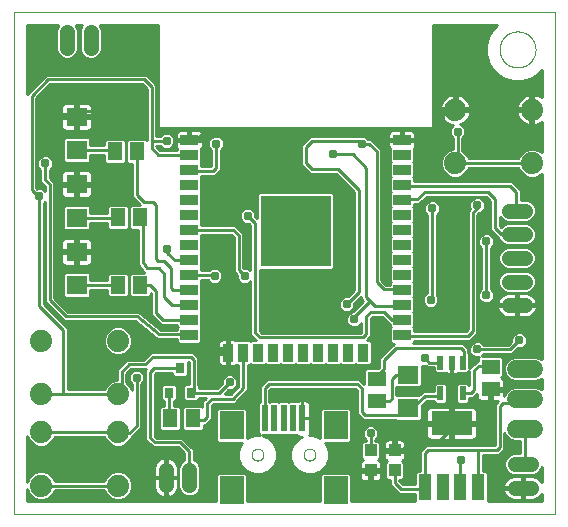
<source format=gtl>
G75*
%MOIN*%
%OFA0B0*%
%FSLAX25Y25*%
%IPPOS*%
%LPD*%
%AMOC8*
5,1,8,0,0,1.08239X$1,22.5*
%
%ADD10C,0.00000*%
%ADD11C,0.05150*%
%ADD12R,0.03937X0.04331*%
%ADD13R,0.07874X0.09449*%
%ADD14R,0.01969X0.09087*%
%ADD15R,0.07098X0.06299*%
%ADD16R,0.03150X0.03543*%
%ADD17R,0.05118X0.05906*%
%ADD18R,0.05906X0.05118*%
%ADD19C,0.07400*%
%ADD20C,0.06000*%
%ADD21R,0.04331X0.08661*%
%ADD22R,0.13780X0.07874*%
%ADD23R,0.02165X0.04724*%
%ADD24R,0.05906X0.03543*%
%ADD25R,0.03543X0.05906*%
%ADD26R,0.23622X0.23622*%
%ADD27C,0.01000*%
%ADD28C,0.03100*%
D10*
X0001500Y0003360D02*
X0001500Y0170860D01*
X0182000Y0170860D01*
X0182000Y0003360D01*
X0001500Y0003360D01*
X0080870Y0023297D02*
X0080872Y0023385D01*
X0080878Y0023473D01*
X0080888Y0023561D01*
X0080902Y0023649D01*
X0080919Y0023735D01*
X0080941Y0023821D01*
X0080966Y0023905D01*
X0080996Y0023989D01*
X0081028Y0024071D01*
X0081065Y0024151D01*
X0081105Y0024230D01*
X0081149Y0024307D01*
X0081196Y0024382D01*
X0081246Y0024454D01*
X0081300Y0024525D01*
X0081356Y0024592D01*
X0081416Y0024658D01*
X0081478Y0024720D01*
X0081544Y0024780D01*
X0081611Y0024836D01*
X0081682Y0024890D01*
X0081754Y0024940D01*
X0081829Y0024987D01*
X0081906Y0025031D01*
X0081985Y0025071D01*
X0082065Y0025108D01*
X0082147Y0025140D01*
X0082231Y0025170D01*
X0082315Y0025195D01*
X0082401Y0025217D01*
X0082487Y0025234D01*
X0082575Y0025248D01*
X0082663Y0025258D01*
X0082751Y0025264D01*
X0082839Y0025266D01*
X0082927Y0025264D01*
X0083015Y0025258D01*
X0083103Y0025248D01*
X0083191Y0025234D01*
X0083277Y0025217D01*
X0083363Y0025195D01*
X0083447Y0025170D01*
X0083531Y0025140D01*
X0083613Y0025108D01*
X0083693Y0025071D01*
X0083772Y0025031D01*
X0083849Y0024987D01*
X0083924Y0024940D01*
X0083996Y0024890D01*
X0084067Y0024836D01*
X0084134Y0024780D01*
X0084200Y0024720D01*
X0084262Y0024658D01*
X0084322Y0024592D01*
X0084378Y0024525D01*
X0084432Y0024454D01*
X0084482Y0024382D01*
X0084529Y0024307D01*
X0084573Y0024230D01*
X0084613Y0024151D01*
X0084650Y0024071D01*
X0084682Y0023989D01*
X0084712Y0023905D01*
X0084737Y0023821D01*
X0084759Y0023735D01*
X0084776Y0023649D01*
X0084790Y0023561D01*
X0084800Y0023473D01*
X0084806Y0023385D01*
X0084808Y0023297D01*
X0084806Y0023209D01*
X0084800Y0023121D01*
X0084790Y0023033D01*
X0084776Y0022945D01*
X0084759Y0022859D01*
X0084737Y0022773D01*
X0084712Y0022689D01*
X0084682Y0022605D01*
X0084650Y0022523D01*
X0084613Y0022443D01*
X0084573Y0022364D01*
X0084529Y0022287D01*
X0084482Y0022212D01*
X0084432Y0022140D01*
X0084378Y0022069D01*
X0084322Y0022002D01*
X0084262Y0021936D01*
X0084200Y0021874D01*
X0084134Y0021814D01*
X0084067Y0021758D01*
X0083996Y0021704D01*
X0083924Y0021654D01*
X0083849Y0021607D01*
X0083772Y0021563D01*
X0083693Y0021523D01*
X0083613Y0021486D01*
X0083531Y0021454D01*
X0083447Y0021424D01*
X0083363Y0021399D01*
X0083277Y0021377D01*
X0083191Y0021360D01*
X0083103Y0021346D01*
X0083015Y0021336D01*
X0082927Y0021330D01*
X0082839Y0021328D01*
X0082751Y0021330D01*
X0082663Y0021336D01*
X0082575Y0021346D01*
X0082487Y0021360D01*
X0082401Y0021377D01*
X0082315Y0021399D01*
X0082231Y0021424D01*
X0082147Y0021454D01*
X0082065Y0021486D01*
X0081985Y0021523D01*
X0081906Y0021563D01*
X0081829Y0021607D01*
X0081754Y0021654D01*
X0081682Y0021704D01*
X0081611Y0021758D01*
X0081544Y0021814D01*
X0081478Y0021874D01*
X0081416Y0021936D01*
X0081356Y0022002D01*
X0081300Y0022069D01*
X0081246Y0022140D01*
X0081196Y0022212D01*
X0081149Y0022287D01*
X0081105Y0022364D01*
X0081065Y0022443D01*
X0081028Y0022523D01*
X0080996Y0022605D01*
X0080966Y0022689D01*
X0080941Y0022773D01*
X0080919Y0022859D01*
X0080902Y0022945D01*
X0080888Y0023033D01*
X0080878Y0023121D01*
X0080872Y0023209D01*
X0080870Y0023297D01*
X0098192Y0023297D02*
X0098194Y0023385D01*
X0098200Y0023473D01*
X0098210Y0023561D01*
X0098224Y0023649D01*
X0098241Y0023735D01*
X0098263Y0023821D01*
X0098288Y0023905D01*
X0098318Y0023989D01*
X0098350Y0024071D01*
X0098387Y0024151D01*
X0098427Y0024230D01*
X0098471Y0024307D01*
X0098518Y0024382D01*
X0098568Y0024454D01*
X0098622Y0024525D01*
X0098678Y0024592D01*
X0098738Y0024658D01*
X0098800Y0024720D01*
X0098866Y0024780D01*
X0098933Y0024836D01*
X0099004Y0024890D01*
X0099076Y0024940D01*
X0099151Y0024987D01*
X0099228Y0025031D01*
X0099307Y0025071D01*
X0099387Y0025108D01*
X0099469Y0025140D01*
X0099553Y0025170D01*
X0099637Y0025195D01*
X0099723Y0025217D01*
X0099809Y0025234D01*
X0099897Y0025248D01*
X0099985Y0025258D01*
X0100073Y0025264D01*
X0100161Y0025266D01*
X0100249Y0025264D01*
X0100337Y0025258D01*
X0100425Y0025248D01*
X0100513Y0025234D01*
X0100599Y0025217D01*
X0100685Y0025195D01*
X0100769Y0025170D01*
X0100853Y0025140D01*
X0100935Y0025108D01*
X0101015Y0025071D01*
X0101094Y0025031D01*
X0101171Y0024987D01*
X0101246Y0024940D01*
X0101318Y0024890D01*
X0101389Y0024836D01*
X0101456Y0024780D01*
X0101522Y0024720D01*
X0101584Y0024658D01*
X0101644Y0024592D01*
X0101700Y0024525D01*
X0101754Y0024454D01*
X0101804Y0024382D01*
X0101851Y0024307D01*
X0101895Y0024230D01*
X0101935Y0024151D01*
X0101972Y0024071D01*
X0102004Y0023989D01*
X0102034Y0023905D01*
X0102059Y0023821D01*
X0102081Y0023735D01*
X0102098Y0023649D01*
X0102112Y0023561D01*
X0102122Y0023473D01*
X0102128Y0023385D01*
X0102130Y0023297D01*
X0102128Y0023209D01*
X0102122Y0023121D01*
X0102112Y0023033D01*
X0102098Y0022945D01*
X0102081Y0022859D01*
X0102059Y0022773D01*
X0102034Y0022689D01*
X0102004Y0022605D01*
X0101972Y0022523D01*
X0101935Y0022443D01*
X0101895Y0022364D01*
X0101851Y0022287D01*
X0101804Y0022212D01*
X0101754Y0022140D01*
X0101700Y0022069D01*
X0101644Y0022002D01*
X0101584Y0021936D01*
X0101522Y0021874D01*
X0101456Y0021814D01*
X0101389Y0021758D01*
X0101318Y0021704D01*
X0101246Y0021654D01*
X0101171Y0021607D01*
X0101094Y0021563D01*
X0101015Y0021523D01*
X0100935Y0021486D01*
X0100853Y0021454D01*
X0100769Y0021424D01*
X0100685Y0021399D01*
X0100599Y0021377D01*
X0100513Y0021360D01*
X0100425Y0021346D01*
X0100337Y0021336D01*
X0100249Y0021330D01*
X0100161Y0021328D01*
X0100073Y0021330D01*
X0099985Y0021336D01*
X0099897Y0021346D01*
X0099809Y0021360D01*
X0099723Y0021377D01*
X0099637Y0021399D01*
X0099553Y0021424D01*
X0099469Y0021454D01*
X0099387Y0021486D01*
X0099307Y0021523D01*
X0099228Y0021563D01*
X0099151Y0021607D01*
X0099076Y0021654D01*
X0099004Y0021704D01*
X0098933Y0021758D01*
X0098866Y0021814D01*
X0098800Y0021874D01*
X0098738Y0021936D01*
X0098678Y0022002D01*
X0098622Y0022069D01*
X0098568Y0022140D01*
X0098518Y0022212D01*
X0098471Y0022287D01*
X0098427Y0022364D01*
X0098387Y0022443D01*
X0098350Y0022523D01*
X0098318Y0022605D01*
X0098288Y0022689D01*
X0098263Y0022773D01*
X0098241Y0022859D01*
X0098224Y0022945D01*
X0098210Y0023033D01*
X0098200Y0023121D01*
X0098194Y0023209D01*
X0098192Y0023297D01*
X0163500Y0158360D02*
X0163502Y0158514D01*
X0163508Y0158669D01*
X0163518Y0158823D01*
X0163532Y0158977D01*
X0163550Y0159130D01*
X0163571Y0159283D01*
X0163597Y0159436D01*
X0163627Y0159587D01*
X0163660Y0159738D01*
X0163698Y0159888D01*
X0163739Y0160037D01*
X0163784Y0160185D01*
X0163833Y0160331D01*
X0163886Y0160477D01*
X0163942Y0160620D01*
X0164002Y0160763D01*
X0164066Y0160903D01*
X0164133Y0161043D01*
X0164204Y0161180D01*
X0164278Y0161315D01*
X0164356Y0161449D01*
X0164437Y0161580D01*
X0164522Y0161709D01*
X0164610Y0161837D01*
X0164701Y0161961D01*
X0164795Y0162084D01*
X0164893Y0162204D01*
X0164993Y0162321D01*
X0165097Y0162436D01*
X0165203Y0162548D01*
X0165312Y0162657D01*
X0165424Y0162763D01*
X0165539Y0162867D01*
X0165656Y0162967D01*
X0165776Y0163065D01*
X0165899Y0163159D01*
X0166023Y0163250D01*
X0166151Y0163338D01*
X0166280Y0163423D01*
X0166411Y0163504D01*
X0166545Y0163582D01*
X0166680Y0163656D01*
X0166817Y0163727D01*
X0166957Y0163794D01*
X0167097Y0163858D01*
X0167240Y0163918D01*
X0167383Y0163974D01*
X0167529Y0164027D01*
X0167675Y0164076D01*
X0167823Y0164121D01*
X0167972Y0164162D01*
X0168122Y0164200D01*
X0168273Y0164233D01*
X0168424Y0164263D01*
X0168577Y0164289D01*
X0168730Y0164310D01*
X0168883Y0164328D01*
X0169037Y0164342D01*
X0169191Y0164352D01*
X0169346Y0164358D01*
X0169500Y0164360D01*
X0169654Y0164358D01*
X0169809Y0164352D01*
X0169963Y0164342D01*
X0170117Y0164328D01*
X0170270Y0164310D01*
X0170423Y0164289D01*
X0170576Y0164263D01*
X0170727Y0164233D01*
X0170878Y0164200D01*
X0171028Y0164162D01*
X0171177Y0164121D01*
X0171325Y0164076D01*
X0171471Y0164027D01*
X0171617Y0163974D01*
X0171760Y0163918D01*
X0171903Y0163858D01*
X0172043Y0163794D01*
X0172183Y0163727D01*
X0172320Y0163656D01*
X0172455Y0163582D01*
X0172589Y0163504D01*
X0172720Y0163423D01*
X0172849Y0163338D01*
X0172977Y0163250D01*
X0173101Y0163159D01*
X0173224Y0163065D01*
X0173344Y0162967D01*
X0173461Y0162867D01*
X0173576Y0162763D01*
X0173688Y0162657D01*
X0173797Y0162548D01*
X0173903Y0162436D01*
X0174007Y0162321D01*
X0174107Y0162204D01*
X0174205Y0162084D01*
X0174299Y0161961D01*
X0174390Y0161837D01*
X0174478Y0161709D01*
X0174563Y0161580D01*
X0174644Y0161449D01*
X0174722Y0161315D01*
X0174796Y0161180D01*
X0174867Y0161043D01*
X0174934Y0160903D01*
X0174998Y0160763D01*
X0175058Y0160620D01*
X0175114Y0160477D01*
X0175167Y0160331D01*
X0175216Y0160185D01*
X0175261Y0160037D01*
X0175302Y0159888D01*
X0175340Y0159738D01*
X0175373Y0159587D01*
X0175403Y0159436D01*
X0175429Y0159283D01*
X0175450Y0159130D01*
X0175468Y0158977D01*
X0175482Y0158823D01*
X0175492Y0158669D01*
X0175498Y0158514D01*
X0175500Y0158360D01*
X0175498Y0158206D01*
X0175492Y0158051D01*
X0175482Y0157897D01*
X0175468Y0157743D01*
X0175450Y0157590D01*
X0175429Y0157437D01*
X0175403Y0157284D01*
X0175373Y0157133D01*
X0175340Y0156982D01*
X0175302Y0156832D01*
X0175261Y0156683D01*
X0175216Y0156535D01*
X0175167Y0156389D01*
X0175114Y0156243D01*
X0175058Y0156100D01*
X0174998Y0155957D01*
X0174934Y0155817D01*
X0174867Y0155677D01*
X0174796Y0155540D01*
X0174722Y0155405D01*
X0174644Y0155271D01*
X0174563Y0155140D01*
X0174478Y0155011D01*
X0174390Y0154883D01*
X0174299Y0154759D01*
X0174205Y0154636D01*
X0174107Y0154516D01*
X0174007Y0154399D01*
X0173903Y0154284D01*
X0173797Y0154172D01*
X0173688Y0154063D01*
X0173576Y0153957D01*
X0173461Y0153853D01*
X0173344Y0153753D01*
X0173224Y0153655D01*
X0173101Y0153561D01*
X0172977Y0153470D01*
X0172849Y0153382D01*
X0172720Y0153297D01*
X0172589Y0153216D01*
X0172455Y0153138D01*
X0172320Y0153064D01*
X0172183Y0152993D01*
X0172043Y0152926D01*
X0171903Y0152862D01*
X0171760Y0152802D01*
X0171617Y0152746D01*
X0171471Y0152693D01*
X0171325Y0152644D01*
X0171177Y0152599D01*
X0171028Y0152558D01*
X0170878Y0152520D01*
X0170727Y0152487D01*
X0170576Y0152457D01*
X0170423Y0152431D01*
X0170270Y0152410D01*
X0170117Y0152392D01*
X0169963Y0152378D01*
X0169809Y0152368D01*
X0169654Y0152362D01*
X0169500Y0152360D01*
X0169346Y0152362D01*
X0169191Y0152368D01*
X0169037Y0152378D01*
X0168883Y0152392D01*
X0168730Y0152410D01*
X0168577Y0152431D01*
X0168424Y0152457D01*
X0168273Y0152487D01*
X0168122Y0152520D01*
X0167972Y0152558D01*
X0167823Y0152599D01*
X0167675Y0152644D01*
X0167529Y0152693D01*
X0167383Y0152746D01*
X0167240Y0152802D01*
X0167097Y0152862D01*
X0166957Y0152926D01*
X0166817Y0152993D01*
X0166680Y0153064D01*
X0166545Y0153138D01*
X0166411Y0153216D01*
X0166280Y0153297D01*
X0166151Y0153382D01*
X0166023Y0153470D01*
X0165899Y0153561D01*
X0165776Y0153655D01*
X0165656Y0153753D01*
X0165539Y0153853D01*
X0165424Y0153957D01*
X0165312Y0154063D01*
X0165203Y0154172D01*
X0165097Y0154284D01*
X0164993Y0154399D01*
X0164893Y0154516D01*
X0164795Y0154636D01*
X0164701Y0154759D01*
X0164610Y0154883D01*
X0164522Y0155011D01*
X0164437Y0155140D01*
X0164356Y0155271D01*
X0164278Y0155405D01*
X0164204Y0155540D01*
X0164133Y0155677D01*
X0164066Y0155817D01*
X0164002Y0155957D01*
X0163942Y0156100D01*
X0163886Y0156243D01*
X0163833Y0156389D01*
X0163784Y0156535D01*
X0163739Y0156683D01*
X0163698Y0156832D01*
X0163660Y0156982D01*
X0163627Y0157133D01*
X0163597Y0157284D01*
X0163571Y0157437D01*
X0163550Y0157590D01*
X0163532Y0157743D01*
X0163518Y0157897D01*
X0163508Y0158051D01*
X0163502Y0158206D01*
X0163500Y0158360D01*
D11*
X0166738Y0104608D02*
X0171888Y0104608D01*
X0171888Y0096734D02*
X0166738Y0096734D01*
X0166738Y0088860D02*
X0171888Y0088860D01*
X0171888Y0080986D02*
X0166738Y0080986D01*
X0166738Y0073112D02*
X0171888Y0073112D01*
X0173888Y0020093D02*
X0168738Y0020093D01*
X0168738Y0012219D02*
X0173888Y0012219D01*
X0060142Y0013098D02*
X0060142Y0018248D01*
X0052268Y0018248D02*
X0052268Y0013098D01*
X0027232Y0158972D02*
X0027232Y0164122D01*
X0019358Y0164122D02*
X0019358Y0158972D01*
D12*
X0120500Y0024707D03*
X0120500Y0018014D03*
X0128500Y0018014D03*
X0128500Y0024707D03*
D13*
X0108823Y0033140D03*
X0108823Y0011486D03*
X0074177Y0011486D03*
X0074177Y0033140D03*
D14*
X0085201Y0035360D03*
X0088350Y0035360D03*
X0091500Y0035360D03*
X0094650Y0035360D03*
X0097799Y0035360D03*
D15*
X0133000Y0038762D03*
X0133000Y0049959D03*
X0022500Y0079762D03*
X0022500Y0090959D03*
X0022500Y0102262D03*
X0022500Y0113459D03*
X0022500Y0124762D03*
X0022500Y0135959D03*
D16*
X0057000Y0052191D03*
X0053260Y0043923D03*
X0060740Y0043923D03*
D17*
X0061240Y0035360D03*
X0053760Y0035360D03*
X0043740Y0079860D03*
X0036260Y0079860D03*
X0036260Y0102360D03*
X0043740Y0102360D03*
X0042740Y0124360D03*
X0035260Y0124360D03*
D18*
X0122500Y0048600D03*
X0122500Y0041120D03*
X0160500Y0045120D03*
X0160500Y0052600D03*
D19*
X0148700Y0120460D03*
X0148700Y0138260D03*
X0174300Y0138260D03*
X0174300Y0120460D03*
X0036300Y0061260D03*
X0036300Y0043460D03*
X0036300Y0030760D03*
X0036300Y0012960D03*
X0010700Y0012960D03*
X0010700Y0030760D03*
X0010700Y0043460D03*
X0010700Y0061260D03*
D20*
X0169000Y0051860D02*
X0175000Y0051860D01*
X0175000Y0041860D02*
X0169000Y0041860D01*
X0169000Y0031860D02*
X0175000Y0031860D01*
D21*
X0156358Y0012423D03*
X0150453Y0012423D03*
X0144547Y0012423D03*
X0138642Y0012423D03*
D22*
X0147500Y0033683D03*
D23*
X0143760Y0043742D03*
X0151240Y0043742D03*
X0151240Y0053979D03*
X0147500Y0053979D03*
X0143760Y0053979D03*
D24*
X0130933Y0063175D03*
X0130933Y0068175D03*
X0130933Y0073175D03*
X0130933Y0078175D03*
X0130933Y0083175D03*
X0130933Y0088175D03*
X0130933Y0093175D03*
X0130933Y0098175D03*
X0130933Y0103175D03*
X0130933Y0108175D03*
X0130933Y0113175D03*
X0130933Y0118175D03*
X0130933Y0123175D03*
X0130933Y0128175D03*
X0060067Y0128175D03*
X0060067Y0123175D03*
X0060067Y0118175D03*
X0060067Y0113175D03*
X0060067Y0108175D03*
X0060067Y0103175D03*
X0060067Y0098175D03*
X0060067Y0093175D03*
X0060067Y0088175D03*
X0060067Y0083175D03*
X0060067Y0078175D03*
X0060067Y0073175D03*
X0060067Y0068175D03*
X0060067Y0063175D03*
D25*
X0073000Y0057309D03*
X0078000Y0057309D03*
X0083000Y0057309D03*
X0088000Y0057309D03*
X0093000Y0057309D03*
X0098000Y0057309D03*
X0103000Y0057309D03*
X0108000Y0057309D03*
X0113000Y0057309D03*
X0118000Y0057309D03*
D26*
X0095500Y0097860D03*
D27*
X0108411Y0098219D02*
X0114900Y0098219D01*
X0114900Y0099217D02*
X0108411Y0099217D01*
X0108411Y0100216D02*
X0114900Y0100216D01*
X0114900Y0101214D02*
X0108411Y0101214D01*
X0108411Y0102213D02*
X0114900Y0102213D01*
X0114900Y0103211D02*
X0108411Y0103211D01*
X0108411Y0104210D02*
X0114900Y0104210D01*
X0114900Y0105208D02*
X0108411Y0105208D01*
X0108411Y0106207D02*
X0114900Y0106207D01*
X0114900Y0107205D02*
X0108411Y0107205D01*
X0108411Y0108204D02*
X0114900Y0108204D01*
X0114900Y0109202D02*
X0108411Y0109202D01*
X0108411Y0110127D02*
X0107767Y0110771D01*
X0083233Y0110771D01*
X0082589Y0110127D01*
X0082589Y0102034D01*
X0082150Y0102473D01*
X0082150Y0103387D01*
X0081747Y0104361D01*
X0081001Y0105107D01*
X0080027Y0105510D01*
X0078973Y0105510D01*
X0077999Y0105107D01*
X0077253Y0104361D01*
X0076850Y0103387D01*
X0076850Y0102333D01*
X0077253Y0101359D01*
X0077999Y0100614D01*
X0078973Y0100210D01*
X0079887Y0100210D01*
X0080400Y0099698D01*
X0080400Y0084708D01*
X0080001Y0085107D01*
X0079027Y0085510D01*
X0078113Y0085510D01*
X0078100Y0085523D01*
X0078100Y0097023D01*
X0077163Y0097960D01*
X0075348Y0099775D01*
X0064120Y0099775D01*
X0064120Y0100402D01*
X0063847Y0100675D01*
X0064120Y0100948D01*
X0064120Y0105402D01*
X0063847Y0105675D01*
X0064120Y0105948D01*
X0064120Y0110402D01*
X0063847Y0110675D01*
X0064120Y0110948D01*
X0064120Y0115402D01*
X0063847Y0115675D01*
X0064120Y0115948D01*
X0064120Y0116260D01*
X0068663Y0116260D01*
X0069600Y0117197D01*
X0070600Y0118197D01*
X0070600Y0124713D01*
X0071247Y0125359D01*
X0071650Y0126333D01*
X0071650Y0127387D01*
X0071247Y0128361D01*
X0070501Y0129107D01*
X0069527Y0129510D01*
X0068473Y0129510D01*
X0067499Y0129107D01*
X0066753Y0128361D01*
X0066350Y0127387D01*
X0066350Y0126333D01*
X0066753Y0125359D01*
X0067400Y0124713D01*
X0067400Y0119523D01*
X0067337Y0119460D01*
X0064120Y0119460D01*
X0064120Y0120402D01*
X0063847Y0120675D01*
X0064120Y0120948D01*
X0064120Y0125382D01*
X0064220Y0125483D01*
X0064417Y0125825D01*
X0064520Y0126206D01*
X0064520Y0127789D01*
X0060453Y0127789D01*
X0060453Y0128561D01*
X0064520Y0128561D01*
X0064520Y0130144D01*
X0064417Y0130526D01*
X0064220Y0130868D01*
X0063941Y0131147D01*
X0063599Y0131345D01*
X0063217Y0131447D01*
X0060453Y0131447D01*
X0060453Y0128561D01*
X0059681Y0128561D01*
X0059681Y0127789D01*
X0055614Y0127789D01*
X0055614Y0126206D01*
X0055716Y0125825D01*
X0055914Y0125483D01*
X0056014Y0125382D01*
X0056014Y0124775D01*
X0050348Y0124775D01*
X0049100Y0126023D01*
X0049100Y0126260D01*
X0050352Y0126260D01*
X0050999Y0125614D01*
X0051973Y0125210D01*
X0053027Y0125210D01*
X0054001Y0125614D01*
X0054747Y0126359D01*
X0055150Y0127333D01*
X0055150Y0128387D01*
X0054747Y0129361D01*
X0054001Y0130107D01*
X0053027Y0130510D01*
X0051973Y0130510D01*
X0050999Y0130107D01*
X0050352Y0129460D01*
X0049100Y0129460D01*
X0049100Y0146523D01*
X0046600Y0149023D01*
X0045663Y0149960D01*
X0012337Y0149960D01*
X0006000Y0143623D01*
X0006000Y0166360D01*
X0016400Y0166360D01*
X0016243Y0166204D01*
X0015683Y0164853D01*
X0015683Y0158241D01*
X0016243Y0156891D01*
X0017277Y0155857D01*
X0018627Y0155298D01*
X0020089Y0155298D01*
X0021440Y0155857D01*
X0022474Y0156891D01*
X0023033Y0158241D01*
X0023033Y0164853D01*
X0022474Y0166204D01*
X0022317Y0166360D01*
X0024274Y0166360D01*
X0024117Y0166204D01*
X0023557Y0164853D01*
X0023557Y0158241D01*
X0024117Y0156891D01*
X0025151Y0155857D01*
X0026501Y0155298D01*
X0027963Y0155298D01*
X0029314Y0155857D01*
X0030348Y0156891D01*
X0030907Y0158241D01*
X0030907Y0164853D01*
X0030348Y0166204D01*
X0030191Y0166360D01*
X0049750Y0166360D01*
X0049750Y0132550D01*
X0050189Y0132110D01*
X0140811Y0132110D01*
X0141250Y0132550D01*
X0141250Y0166360D01*
X0162651Y0166360D01*
X0161098Y0164807D01*
X0159716Y0162413D01*
X0159000Y0159743D01*
X0159000Y0156978D01*
X0159716Y0154307D01*
X0161098Y0151913D01*
X0163053Y0149958D01*
X0165447Y0148576D01*
X0168118Y0147860D01*
X0170882Y0147860D01*
X0173553Y0148576D01*
X0175947Y0149958D01*
X0177500Y0151511D01*
X0177500Y0142363D01*
X0177025Y0142708D01*
X0176296Y0143079D01*
X0175518Y0143332D01*
X0174800Y0143446D01*
X0174800Y0138760D01*
X0173800Y0138760D01*
X0173800Y0137760D01*
X0174800Y0137760D01*
X0174800Y0133075D01*
X0175518Y0133188D01*
X0176296Y0133441D01*
X0177025Y0133813D01*
X0177500Y0134158D01*
X0177500Y0124048D01*
X0177019Y0124529D01*
X0175255Y0125260D01*
X0173345Y0125260D01*
X0171581Y0124529D01*
X0170231Y0123179D01*
X0169767Y0122060D01*
X0153233Y0122060D01*
X0152769Y0123179D01*
X0151419Y0124529D01*
X0151100Y0124662D01*
X0151100Y0128713D01*
X0151747Y0129359D01*
X0152150Y0130333D01*
X0152150Y0131387D01*
X0151747Y0132361D01*
X0151001Y0133107D01*
X0150415Y0133350D01*
X0150696Y0133441D01*
X0151425Y0133813D01*
X0152088Y0134294D01*
X0152666Y0134873D01*
X0153147Y0135535D01*
X0153519Y0136264D01*
X0153772Y0137043D01*
X0153886Y0137760D01*
X0149200Y0137760D01*
X0149200Y0138760D01*
X0153886Y0138760D01*
X0153772Y0139478D01*
X0153519Y0140256D01*
X0153147Y0140986D01*
X0152666Y0141648D01*
X0152088Y0142227D01*
X0151425Y0142708D01*
X0150696Y0143079D01*
X0149918Y0143332D01*
X0149200Y0143446D01*
X0149200Y0138760D01*
X0148200Y0138760D01*
X0148200Y0137760D01*
X0143514Y0137760D01*
X0143628Y0137043D01*
X0143881Y0136264D01*
X0144253Y0135535D01*
X0144734Y0134873D01*
X0145312Y0134294D01*
X0145975Y0133813D01*
X0146704Y0133441D01*
X0147482Y0133188D01*
X0147999Y0133107D01*
X0147253Y0132361D01*
X0146850Y0131387D01*
X0146850Y0130333D01*
X0147253Y0129359D01*
X0147900Y0128713D01*
X0147900Y0125260D01*
X0147745Y0125260D01*
X0145981Y0124529D01*
X0144631Y0123179D01*
X0143900Y0121415D01*
X0143900Y0119505D01*
X0144631Y0117741D01*
X0145981Y0116391D01*
X0147745Y0115660D01*
X0149655Y0115660D01*
X0151419Y0116391D01*
X0152769Y0117741D01*
X0153233Y0118860D01*
X0169767Y0118860D01*
X0170231Y0117741D01*
X0171581Y0116391D01*
X0173345Y0115660D01*
X0175255Y0115660D01*
X0177019Y0116391D01*
X0177500Y0116872D01*
X0177500Y0055158D01*
X0177322Y0055336D01*
X0175816Y0055960D01*
X0168184Y0055960D01*
X0166678Y0055336D01*
X0165524Y0054183D01*
X0164900Y0052676D01*
X0164900Y0051045D01*
X0165524Y0049538D01*
X0166678Y0048384D01*
X0168184Y0047760D01*
X0175816Y0047760D01*
X0177322Y0048384D01*
X0177500Y0048562D01*
X0177500Y0045158D01*
X0177322Y0045336D01*
X0175816Y0045960D01*
X0168184Y0045960D01*
X0166678Y0045336D01*
X0165524Y0044183D01*
X0164953Y0042803D01*
X0164953Y0044620D01*
X0161000Y0044620D01*
X0161000Y0041061D01*
X0162938Y0041061D01*
X0162900Y0041023D01*
X0161900Y0040023D01*
X0161900Y0026523D01*
X0161837Y0026460D01*
X0138837Y0026460D01*
X0137042Y0024665D01*
X0137042Y0017854D01*
X0136021Y0017854D01*
X0135376Y0017210D01*
X0135376Y0013460D01*
X0131163Y0013460D01*
X0130100Y0014523D01*
X0130100Y0014748D01*
X0130924Y0014748D01*
X0131568Y0015393D01*
X0131568Y0020635D01*
X0131055Y0021148D01*
X0131390Y0021341D01*
X0131669Y0021620D01*
X0131866Y0021962D01*
X0131968Y0022344D01*
X0131968Y0024222D01*
X0128984Y0024222D01*
X0128984Y0025191D01*
X0128016Y0025191D01*
X0128016Y0028372D01*
X0126334Y0028372D01*
X0125953Y0028270D01*
X0125610Y0028072D01*
X0125331Y0027793D01*
X0125134Y0027451D01*
X0125031Y0027070D01*
X0125031Y0025191D01*
X0128016Y0025191D01*
X0128016Y0024222D01*
X0125031Y0024222D01*
X0125031Y0022344D01*
X0125134Y0021962D01*
X0125331Y0021620D01*
X0125610Y0021341D01*
X0125945Y0021148D01*
X0125431Y0020635D01*
X0125431Y0015393D01*
X0126076Y0014748D01*
X0126900Y0014748D01*
X0126900Y0013197D01*
X0128900Y0011197D01*
X0129837Y0010260D01*
X0135376Y0010260D01*
X0135376Y0007860D01*
X0113860Y0007860D01*
X0113860Y0016666D01*
X0113215Y0017311D01*
X0104430Y0017311D01*
X0103786Y0016666D01*
X0103786Y0007860D01*
X0079214Y0007860D01*
X0079214Y0016666D01*
X0078570Y0017311D01*
X0069785Y0017311D01*
X0069140Y0016666D01*
X0069140Y0007860D01*
X0006000Y0007860D01*
X0006000Y0011764D01*
X0006631Y0010241D01*
X0007981Y0008891D01*
X0009745Y0008160D01*
X0011655Y0008160D01*
X0013419Y0008891D01*
X0014769Y0010241D01*
X0015233Y0011360D01*
X0031767Y0011360D01*
X0032231Y0010241D01*
X0033581Y0008891D01*
X0035345Y0008160D01*
X0037255Y0008160D01*
X0039019Y0008891D01*
X0040369Y0010241D01*
X0041100Y0012005D01*
X0041100Y0013915D01*
X0040369Y0015679D01*
X0039019Y0017029D01*
X0037255Y0017760D01*
X0035345Y0017760D01*
X0033581Y0017029D01*
X0032231Y0015679D01*
X0031767Y0014560D01*
X0015233Y0014560D01*
X0014769Y0015679D01*
X0013419Y0017029D01*
X0011655Y0017760D01*
X0009745Y0017760D01*
X0007981Y0017029D01*
X0006631Y0015679D01*
X0006000Y0014156D01*
X0006000Y0029564D01*
X0006631Y0028041D01*
X0007981Y0026691D01*
X0009745Y0025960D01*
X0011655Y0025960D01*
X0013419Y0026691D01*
X0014769Y0028041D01*
X0015233Y0029160D01*
X0031767Y0029160D01*
X0032231Y0028041D01*
X0033581Y0026691D01*
X0035345Y0025960D01*
X0037255Y0025960D01*
X0039019Y0026691D01*
X0040369Y0028041D01*
X0040670Y0028768D01*
X0041600Y0029697D01*
X0044100Y0032197D01*
X0044100Y0046713D01*
X0044747Y0047359D01*
X0045150Y0048333D01*
X0045150Y0049387D01*
X0044747Y0050361D01*
X0044001Y0051107D01*
X0043027Y0051510D01*
X0041973Y0051510D01*
X0040999Y0051107D01*
X0040253Y0050361D01*
X0039850Y0049387D01*
X0039850Y0048333D01*
X0040253Y0047359D01*
X0040900Y0046713D01*
X0040900Y0044898D01*
X0040369Y0046179D01*
X0039100Y0047448D01*
X0039100Y0050197D01*
X0040663Y0051760D01*
X0045637Y0051760D01*
X0045400Y0051523D01*
X0045400Y0028197D01*
X0046900Y0026697D01*
X0047837Y0025760D01*
X0056337Y0025760D01*
X0058400Y0023697D01*
X0058400Y0021504D01*
X0058060Y0021363D01*
X0057026Y0020330D01*
X0056467Y0018979D01*
X0056467Y0012367D01*
X0057026Y0011017D01*
X0058060Y0009983D01*
X0059411Y0009424D01*
X0060873Y0009424D01*
X0062223Y0009983D01*
X0063257Y0011017D01*
X0063817Y0012367D01*
X0063817Y0018979D01*
X0063257Y0020330D01*
X0062223Y0021363D01*
X0061600Y0021622D01*
X0061600Y0025023D01*
X0060663Y0025960D01*
X0057663Y0028960D01*
X0049163Y0028960D01*
X0048600Y0029523D01*
X0048600Y0050197D01*
X0048993Y0050591D01*
X0054325Y0050591D01*
X0054325Y0049964D01*
X0054970Y0049319D01*
X0059030Y0049319D01*
X0059675Y0049964D01*
X0059675Y0054260D01*
X0059837Y0054260D01*
X0059900Y0054197D01*
X0059900Y0046795D01*
X0058710Y0046795D01*
X0058065Y0046151D01*
X0058065Y0041696D01*
X0058710Y0041052D01*
X0062771Y0041052D01*
X0063415Y0041696D01*
X0063415Y0042323D01*
X0065700Y0042323D01*
X0065337Y0041960D01*
X0064400Y0041023D01*
X0064400Y0039268D01*
X0064255Y0039413D01*
X0058225Y0039413D01*
X0057581Y0038769D01*
X0057581Y0031952D01*
X0058225Y0031307D01*
X0064255Y0031307D01*
X0064899Y0031952D01*
X0064899Y0033260D01*
X0065663Y0033260D01*
X0066600Y0034197D01*
X0067600Y0035197D01*
X0067600Y0039697D01*
X0068163Y0040260D01*
X0075163Y0040260D01*
X0076100Y0041197D01*
X0079600Y0044697D01*
X0079600Y0053256D01*
X0080227Y0053256D01*
X0080500Y0053529D01*
X0080773Y0053256D01*
X0085227Y0053256D01*
X0085500Y0053529D01*
X0085773Y0053256D01*
X0090227Y0053256D01*
X0090500Y0053529D01*
X0090773Y0053256D01*
X0095227Y0053256D01*
X0095500Y0053529D01*
X0095773Y0053256D01*
X0100227Y0053256D01*
X0100500Y0053529D01*
X0100773Y0053256D01*
X0105227Y0053256D01*
X0105500Y0053529D01*
X0105773Y0053256D01*
X0110227Y0053256D01*
X0110500Y0053529D01*
X0110773Y0053256D01*
X0115227Y0053256D01*
X0115500Y0053529D01*
X0115773Y0053256D01*
X0120227Y0053256D01*
X0120872Y0053901D01*
X0120872Y0060717D01*
X0120227Y0061362D01*
X0119264Y0061362D01*
X0119600Y0061697D01*
X0120600Y0062697D01*
X0120600Y0068697D01*
X0121163Y0069260D01*
X0124337Y0069260D01*
X0126880Y0066717D01*
X0126880Y0065948D01*
X0127153Y0065675D01*
X0126880Y0065402D01*
X0126880Y0060948D01*
X0127525Y0060304D01*
X0128181Y0060304D01*
X0123400Y0055523D01*
X0123400Y0052523D01*
X0123136Y0052259D01*
X0119092Y0052259D01*
X0118447Y0051615D01*
X0118447Y0046676D01*
X0118163Y0046960D01*
X0117600Y0047523D01*
X0116663Y0048460D01*
X0085837Y0048460D01*
X0084900Y0047523D01*
X0084900Y0047523D01*
X0083601Y0046224D01*
X0083601Y0040843D01*
X0083117Y0040359D01*
X0083117Y0030361D01*
X0083712Y0029766D01*
X0081552Y0029766D01*
X0079214Y0028797D01*
X0079214Y0038320D01*
X0078570Y0038964D01*
X0069785Y0038964D01*
X0069140Y0038320D01*
X0069140Y0027960D01*
X0069785Y0027315D01*
X0077709Y0027315D01*
X0077355Y0026961D01*
X0076370Y0024584D01*
X0076370Y0022011D01*
X0077355Y0019633D01*
X0079174Y0017814D01*
X0081552Y0016829D01*
X0084125Y0016829D01*
X0086503Y0017814D01*
X0088322Y0019633D01*
X0089307Y0022011D01*
X0089307Y0024584D01*
X0088322Y0026961D01*
X0086503Y0028781D01*
X0084243Y0029717D01*
X0086641Y0029717D01*
X0086776Y0029852D01*
X0086910Y0029717D01*
X0089790Y0029717D01*
X0089925Y0029852D01*
X0090060Y0029717D01*
X0092940Y0029717D01*
X0093075Y0029852D01*
X0093210Y0029717D01*
X0095794Y0029717D01*
X0095894Y0029617D01*
X0096236Y0029419D01*
X0096617Y0029317D01*
X0097791Y0029317D01*
X0096497Y0028781D01*
X0094678Y0026961D01*
X0093693Y0024584D01*
X0093693Y0022011D01*
X0094678Y0019633D01*
X0096497Y0017814D01*
X0098875Y0016829D01*
X0101448Y0016829D01*
X0103826Y0017814D01*
X0105645Y0019633D01*
X0106630Y0022011D01*
X0106630Y0024584D01*
X0105645Y0026961D01*
X0105291Y0027315D01*
X0113215Y0027315D01*
X0113860Y0027960D01*
X0113860Y0038320D01*
X0113215Y0038964D01*
X0104430Y0038964D01*
X0103786Y0038320D01*
X0103786Y0028797D01*
X0101448Y0029766D01*
X0099854Y0029766D01*
X0099984Y0029896D01*
X0100181Y0030238D01*
X0100283Y0030619D01*
X0100283Y0035360D01*
X0097799Y0035360D01*
X0097799Y0042788D01*
X0098227Y0043360D01*
X0090500Y0043360D01*
X0086801Y0043301D02*
X0115900Y0043301D01*
X0115900Y0044299D02*
X0086801Y0044299D01*
X0086801Y0044898D02*
X0087163Y0045260D01*
X0115337Y0045260D01*
X0115900Y0044697D01*
X0115900Y0036697D01*
X0116900Y0035697D01*
X0117837Y0034760D01*
X0128747Y0034760D01*
X0128995Y0034512D01*
X0137005Y0034512D01*
X0137649Y0035157D01*
X0137649Y0039747D01*
X0139163Y0041260D01*
X0141577Y0041260D01*
X0141577Y0040924D01*
X0142222Y0040280D01*
X0145298Y0040280D01*
X0145943Y0040924D01*
X0145943Y0046560D01*
X0145298Y0047204D01*
X0142222Y0047204D01*
X0141577Y0046560D01*
X0141577Y0044460D01*
X0137837Y0044460D01*
X0136900Y0043523D01*
X0136388Y0043011D01*
X0129100Y0043011D01*
X0129100Y0045709D01*
X0137005Y0045709D01*
X0137649Y0046353D01*
X0137649Y0052844D01*
X0137973Y0052710D01*
X0138887Y0052710D01*
X0139219Y0052379D01*
X0141577Y0052379D01*
X0141577Y0051161D01*
X0142222Y0050517D01*
X0145298Y0050517D01*
X0145347Y0050565D01*
X0145496Y0050416D01*
X0145838Y0050219D01*
X0146220Y0050117D01*
X0147459Y0050117D01*
X0147459Y0053937D01*
X0147541Y0053937D01*
X0147541Y0050117D01*
X0148780Y0050117D01*
X0149162Y0050219D01*
X0149504Y0050416D01*
X0149653Y0050565D01*
X0149702Y0050517D01*
X0152778Y0050517D01*
X0153400Y0051138D01*
X0153400Y0046582D01*
X0152778Y0047204D01*
X0149702Y0047204D01*
X0149057Y0046560D01*
X0149057Y0040924D01*
X0149702Y0040280D01*
X0152778Y0040280D01*
X0153423Y0040924D01*
X0153423Y0042142D01*
X0154544Y0042142D01*
X0155663Y0043260D01*
X0156047Y0043645D01*
X0156047Y0042364D01*
X0156149Y0041982D01*
X0156347Y0041640D01*
X0156626Y0041361D01*
X0156968Y0041163D01*
X0157350Y0041061D01*
X0160000Y0041061D01*
X0160000Y0044620D01*
X0161000Y0044620D01*
X0161000Y0045620D01*
X0164953Y0045620D01*
X0164953Y0047877D01*
X0164851Y0048258D01*
X0164653Y0048600D01*
X0164374Y0048879D01*
X0164039Y0049072D01*
X0164553Y0049586D01*
X0164553Y0055615D01*
X0163908Y0056259D01*
X0157647Y0056259D01*
X0158148Y0056760D01*
X0167663Y0056760D01*
X0169613Y0058710D01*
X0170527Y0058710D01*
X0171501Y0059114D01*
X0172247Y0059859D01*
X0172650Y0060833D01*
X0172650Y0061887D01*
X0172247Y0062861D01*
X0171501Y0063607D01*
X0170527Y0064010D01*
X0169473Y0064010D01*
X0168499Y0063607D01*
X0167753Y0062861D01*
X0167350Y0061887D01*
X0167350Y0060973D01*
X0166337Y0059960D01*
X0158148Y0059960D01*
X0157501Y0060607D01*
X0156527Y0061010D01*
X0155473Y0061010D01*
X0154499Y0060607D01*
X0153753Y0059861D01*
X0153350Y0058887D01*
X0153350Y0057833D01*
X0153753Y0056859D01*
X0154499Y0056114D01*
X0155473Y0055710D01*
X0156527Y0055710D01*
X0156553Y0055721D01*
X0156447Y0055615D01*
X0156447Y0054460D01*
X0155837Y0054460D01*
X0154900Y0053523D01*
X0153423Y0052046D01*
X0153423Y0056797D01*
X0153100Y0057119D01*
X0153100Y0058523D01*
X0152163Y0059460D01*
X0151163Y0060460D01*
X0134498Y0060460D01*
X0134986Y0060948D01*
X0134986Y0061260D01*
X0153663Y0061260D01*
X0154600Y0062197D01*
X0156100Y0063697D01*
X0156100Y0103197D01*
X0156673Y0103771D01*
X0157501Y0104114D01*
X0158247Y0104859D01*
X0158650Y0105833D01*
X0158650Y0106887D01*
X0158247Y0107861D01*
X0157501Y0108607D01*
X0156527Y0109010D01*
X0155473Y0109010D01*
X0154499Y0108607D01*
X0153753Y0107861D01*
X0153350Y0106887D01*
X0153350Y0105833D01*
X0153602Y0105225D01*
X0152900Y0104523D01*
X0152900Y0065023D01*
X0152337Y0064460D01*
X0134986Y0064460D01*
X0134986Y0065402D01*
X0134713Y0065675D01*
X0134986Y0065948D01*
X0134986Y0070402D01*
X0134713Y0070675D01*
X0134986Y0070948D01*
X0134986Y0075402D01*
X0134713Y0075675D01*
X0134986Y0075948D01*
X0134986Y0080402D01*
X0134713Y0080675D01*
X0134986Y0080948D01*
X0134986Y0085402D01*
X0134713Y0085675D01*
X0134986Y0085948D01*
X0134986Y0090402D01*
X0134713Y0090675D01*
X0134986Y0090948D01*
X0134986Y0095402D01*
X0134713Y0095675D01*
X0134986Y0095948D01*
X0134986Y0100402D01*
X0134713Y0100675D01*
X0134986Y0100948D01*
X0134986Y0105402D01*
X0134713Y0105675D01*
X0134986Y0105948D01*
X0134986Y0106760D01*
X0136663Y0106760D01*
X0137600Y0107697D01*
X0137600Y0107698D01*
X0139163Y0109260D01*
X0158837Y0109260D01*
X0160400Y0107697D01*
X0160400Y0098197D01*
X0161337Y0097260D01*
X0162337Y0096260D01*
X0163395Y0095202D01*
X0163623Y0094653D01*
X0164657Y0093619D01*
X0166007Y0093059D01*
X0172619Y0093059D01*
X0173969Y0093619D01*
X0175003Y0094653D01*
X0175563Y0096003D01*
X0175563Y0097465D01*
X0175003Y0098816D01*
X0173969Y0099850D01*
X0172619Y0100409D01*
X0166007Y0100409D01*
X0164657Y0099850D01*
X0163965Y0099158D01*
X0163600Y0099523D01*
X0163600Y0102582D01*
X0163623Y0102527D01*
X0164657Y0101493D01*
X0166007Y0100933D01*
X0172619Y0100933D01*
X0173969Y0101493D01*
X0175003Y0102527D01*
X0175563Y0103877D01*
X0175563Y0105339D01*
X0175003Y0106690D01*
X0173969Y0107724D01*
X0172619Y0108283D01*
X0170600Y0108283D01*
X0170600Y0111523D01*
X0167663Y0114460D01*
X0134986Y0114460D01*
X0134986Y0115402D01*
X0134713Y0115675D01*
X0134986Y0115948D01*
X0134986Y0120402D01*
X0134713Y0120675D01*
X0134986Y0120948D01*
X0134986Y0125382D01*
X0135086Y0125483D01*
X0135284Y0125825D01*
X0135386Y0126206D01*
X0135386Y0127789D01*
X0131319Y0127789D01*
X0131319Y0128561D01*
X0135386Y0128561D01*
X0135386Y0130144D01*
X0135284Y0130526D01*
X0135086Y0130868D01*
X0134807Y0131147D01*
X0134465Y0131345D01*
X0134083Y0131447D01*
X0131319Y0131447D01*
X0131319Y0128561D01*
X0130547Y0128561D01*
X0130547Y0127789D01*
X0126480Y0127789D01*
X0126480Y0126206D01*
X0126583Y0125825D01*
X0126780Y0125483D01*
X0126880Y0125382D01*
X0126880Y0120948D01*
X0127153Y0120675D01*
X0126880Y0120402D01*
X0126880Y0115948D01*
X0127153Y0115675D01*
X0126880Y0115402D01*
X0126880Y0110948D01*
X0127153Y0110675D01*
X0126880Y0110402D01*
X0126880Y0105948D01*
X0127153Y0105675D01*
X0126880Y0105402D01*
X0126880Y0100948D01*
X0127153Y0100675D01*
X0126880Y0100402D01*
X0126880Y0095948D01*
X0127153Y0095675D01*
X0126880Y0095402D01*
X0126880Y0090948D01*
X0127153Y0090675D01*
X0126880Y0090402D01*
X0126880Y0085948D01*
X0127153Y0085675D01*
X0126880Y0085402D01*
X0126880Y0080948D01*
X0127153Y0080675D01*
X0126880Y0080402D01*
X0126880Y0079960D01*
X0125663Y0079960D01*
X0124100Y0081523D01*
X0124100Y0125023D01*
X0123163Y0125960D01*
X0120663Y0128460D01*
X0119648Y0128460D01*
X0119001Y0129107D01*
X0118027Y0129510D01*
X0116973Y0129510D01*
X0116852Y0129460D01*
X0100337Y0129460D01*
X0099400Y0128523D01*
X0097400Y0126523D01*
X0097400Y0119697D01*
X0098337Y0118760D01*
X0099400Y0117697D01*
X0100337Y0116760D01*
X0108837Y0116760D01*
X0114900Y0110697D01*
X0114900Y0078023D01*
X0112887Y0076010D01*
X0111973Y0076010D01*
X0110999Y0075607D01*
X0110253Y0074861D01*
X0109850Y0073887D01*
X0109850Y0072833D01*
X0110253Y0071859D01*
X0110999Y0071114D01*
X0111973Y0070710D01*
X0113027Y0070710D01*
X0114001Y0071114D01*
X0114747Y0071859D01*
X0115150Y0072833D01*
X0115150Y0073747D01*
X0117400Y0075998D01*
X0117400Y0075197D01*
X0118076Y0074521D01*
X0114565Y0071010D01*
X0114473Y0071010D01*
X0113499Y0070607D01*
X0112753Y0069861D01*
X0112350Y0068887D01*
X0112350Y0067833D01*
X0112753Y0066859D01*
X0113499Y0066114D01*
X0114473Y0065710D01*
X0115527Y0065710D01*
X0116501Y0066114D01*
X0117247Y0066859D01*
X0117400Y0067230D01*
X0117400Y0064023D01*
X0117337Y0063960D01*
X0084163Y0063960D01*
X0083600Y0064523D01*
X0083600Y0084949D01*
X0107767Y0084949D01*
X0108411Y0085594D01*
X0108411Y0110127D01*
X0108337Y0110201D02*
X0114900Y0110201D01*
X0114398Y0111199D02*
X0064120Y0111199D01*
X0064120Y0110201D02*
X0082663Y0110201D01*
X0082589Y0109202D02*
X0064120Y0109202D01*
X0064120Y0108204D02*
X0082589Y0108204D01*
X0082589Y0107205D02*
X0064120Y0107205D01*
X0064120Y0106207D02*
X0082589Y0106207D01*
X0082589Y0105208D02*
X0080756Y0105208D01*
X0081809Y0104210D02*
X0082589Y0104210D01*
X0082589Y0103211D02*
X0082150Y0103211D01*
X0082410Y0102213D02*
X0082589Y0102213D01*
X0082000Y0100360D02*
X0082000Y0063860D01*
X0083500Y0062360D01*
X0118000Y0062360D01*
X0119000Y0063360D01*
X0119000Y0069360D01*
X0120500Y0070860D01*
X0125000Y0070860D01*
X0127685Y0068175D01*
X0130933Y0068175D01*
X0134986Y0068263D02*
X0152900Y0068263D01*
X0152900Y0067265D02*
X0134986Y0067265D01*
X0134986Y0066266D02*
X0152900Y0066266D01*
X0152900Y0065268D02*
X0134986Y0065268D01*
X0131248Y0062860D02*
X0130933Y0063175D01*
X0131248Y0062860D02*
X0153000Y0062860D01*
X0154500Y0064360D01*
X0154500Y0103860D01*
X0156000Y0105360D01*
X0156000Y0106360D01*
X0154096Y0108204D02*
X0138106Y0108204D01*
X0139098Y0107205D02*
X0137108Y0107205D01*
X0136000Y0108360D02*
X0131118Y0108360D01*
X0130933Y0108175D01*
X0126880Y0108204D02*
X0124100Y0108204D01*
X0124100Y0109202D02*
X0126880Y0109202D01*
X0126880Y0110201D02*
X0124100Y0110201D01*
X0124100Y0111199D02*
X0126880Y0111199D01*
X0126880Y0112198D02*
X0124100Y0112198D01*
X0124100Y0113196D02*
X0126880Y0113196D01*
X0126880Y0114195D02*
X0124100Y0114195D01*
X0124100Y0115194D02*
X0126880Y0115194D01*
X0126880Y0116192D02*
X0124100Y0116192D01*
X0124100Y0117191D02*
X0126880Y0117191D01*
X0126880Y0118189D02*
X0124100Y0118189D01*
X0124100Y0119188D02*
X0126880Y0119188D01*
X0126880Y0120186D02*
X0124100Y0120186D01*
X0124100Y0121185D02*
X0126880Y0121185D01*
X0126880Y0122183D02*
X0124100Y0122183D01*
X0124100Y0123182D02*
X0126880Y0123182D01*
X0126880Y0124180D02*
X0124100Y0124180D01*
X0123944Y0125179D02*
X0126880Y0125179D01*
X0126488Y0126177D02*
X0122946Y0126177D01*
X0121947Y0127176D02*
X0126480Y0127176D01*
X0126685Y0128175D02*
X0124000Y0130860D01*
X0095777Y0130860D01*
X0096000Y0130638D01*
X0096000Y0118860D01*
X0099000Y0115860D01*
X0108000Y0115860D01*
X0111500Y0112360D01*
X0111500Y0099360D01*
X0112000Y0098860D01*
X0112000Y0090360D01*
X0112500Y0089860D01*
X0112500Y0083860D01*
X0110500Y0081860D01*
X0090500Y0081860D01*
X0087000Y0078360D01*
X0087000Y0066360D01*
X0083600Y0066266D02*
X0113346Y0066266D01*
X0112585Y0067265D02*
X0083600Y0067265D01*
X0083600Y0068263D02*
X0112350Y0068263D01*
X0112505Y0069262D02*
X0083600Y0069262D01*
X0083600Y0070260D02*
X0113153Y0070260D01*
X0114146Y0071259D02*
X0114814Y0071259D01*
X0114912Y0072258D02*
X0115813Y0072258D01*
X0115150Y0073256D02*
X0116811Y0073256D01*
X0117810Y0074255D02*
X0115657Y0074255D01*
X0116656Y0075253D02*
X0117400Y0075253D01*
X0119000Y0075860D02*
X0120339Y0074521D01*
X0115000Y0069182D01*
X0115000Y0068360D01*
X0116654Y0066266D02*
X0117400Y0066266D01*
X0117400Y0065268D02*
X0083600Y0065268D01*
X0083854Y0064269D02*
X0117400Y0064269D01*
X0120600Y0064269D02*
X0126880Y0064269D01*
X0126880Y0063271D02*
X0120600Y0063271D01*
X0120175Y0062272D02*
X0126880Y0062272D01*
X0126880Y0061274D02*
X0120315Y0061274D01*
X0120872Y0060275D02*
X0128152Y0060275D01*
X0127154Y0059277D02*
X0120872Y0059277D01*
X0120872Y0058278D02*
X0126155Y0058278D01*
X0125157Y0057280D02*
X0120872Y0057280D01*
X0120872Y0056281D02*
X0124158Y0056281D01*
X0123400Y0055283D02*
X0120872Y0055283D01*
X0120872Y0054284D02*
X0123400Y0054284D01*
X0123400Y0053286D02*
X0120257Y0053286D01*
X0122000Y0052860D02*
X0118000Y0052860D01*
X0115500Y0050360D01*
X0085000Y0050360D01*
X0084500Y0050860D01*
X0082500Y0050860D01*
X0081500Y0049860D01*
X0081500Y0041860D01*
X0079000Y0039360D01*
X0069000Y0039360D01*
X0068500Y0038860D01*
X0068500Y0011860D01*
X0067500Y0010860D01*
X0067500Y0010360D01*
X0065000Y0007860D01*
X0054500Y0007860D01*
X0052268Y0010093D01*
X0052268Y0015673D01*
X0052555Y0015386D02*
X0052555Y0015961D01*
X0051980Y0015961D01*
X0051980Y0022323D01*
X0051947Y0022323D01*
X0051314Y0022222D01*
X0050704Y0022024D01*
X0050132Y0021733D01*
X0049613Y0021356D01*
X0049160Y0020903D01*
X0048783Y0020384D01*
X0048491Y0019812D01*
X0048293Y0019202D01*
X0048193Y0018569D01*
X0048193Y0015961D01*
X0051980Y0015961D01*
X0051980Y0015386D01*
X0048193Y0015386D01*
X0048193Y0012778D01*
X0048293Y0012144D01*
X0048491Y0011534D01*
X0048783Y0010963D01*
X0049160Y0010444D01*
X0049613Y0009990D01*
X0050132Y0009613D01*
X0050704Y0009322D01*
X0051314Y0009124D01*
X0051947Y0009024D01*
X0051980Y0009024D01*
X0051980Y0015386D01*
X0052555Y0015386D01*
X0056343Y0015386D01*
X0056343Y0012778D01*
X0056242Y0012144D01*
X0056044Y0011534D01*
X0055753Y0010963D01*
X0055376Y0010444D01*
X0054922Y0009990D01*
X0054403Y0009613D01*
X0053832Y0009322D01*
X0053222Y0009124D01*
X0052588Y0009024D01*
X0052555Y0009024D01*
X0052555Y0015386D01*
X0052555Y0015342D02*
X0051980Y0015342D01*
X0052555Y0015961D02*
X0056343Y0015961D01*
X0056343Y0018569D01*
X0056242Y0019202D01*
X0056044Y0019812D01*
X0055753Y0020384D01*
X0055376Y0020903D01*
X0054922Y0021356D01*
X0054403Y0021733D01*
X0053832Y0022024D01*
X0053222Y0022222D01*
X0052588Y0022323D01*
X0052555Y0022323D01*
X0052555Y0015961D01*
X0052555Y0016341D02*
X0051980Y0016341D01*
X0051980Y0017339D02*
X0052555Y0017339D01*
X0052555Y0018338D02*
X0051980Y0018338D01*
X0051980Y0019336D02*
X0052555Y0019336D01*
X0052555Y0020335D02*
X0051980Y0020335D01*
X0051980Y0021333D02*
X0052555Y0021333D01*
X0054945Y0021333D02*
X0058030Y0021333D01*
X0058400Y0022332D02*
X0006000Y0022332D01*
X0006000Y0023330D02*
X0058400Y0023330D01*
X0057769Y0024329D02*
X0006000Y0024329D01*
X0006000Y0025327D02*
X0056770Y0025327D01*
X0057000Y0027360D02*
X0060000Y0024360D01*
X0060000Y0015815D01*
X0060142Y0015673D01*
X0056467Y0015342D02*
X0056343Y0015342D01*
X0056343Y0014344D02*
X0056467Y0014344D01*
X0056467Y0013345D02*
X0056343Y0013345D01*
X0056274Y0012347D02*
X0056475Y0012347D01*
X0056889Y0011348D02*
X0055949Y0011348D01*
X0055282Y0010350D02*
X0057693Y0010350D01*
X0053889Y0009351D02*
X0069140Y0009351D01*
X0069140Y0008353D02*
X0037720Y0008353D01*
X0039479Y0009351D02*
X0050646Y0009351D01*
X0051980Y0009351D02*
X0052555Y0009351D01*
X0052555Y0010350D02*
X0051980Y0010350D01*
X0051980Y0011348D02*
X0052555Y0011348D01*
X0052555Y0012347D02*
X0051980Y0012347D01*
X0051980Y0013345D02*
X0052555Y0013345D01*
X0052555Y0014344D02*
X0051980Y0014344D01*
X0048193Y0014344D02*
X0040922Y0014344D01*
X0041100Y0013345D02*
X0048193Y0013345D01*
X0048261Y0012347D02*
X0041100Y0012347D01*
X0040828Y0011348D02*
X0048586Y0011348D01*
X0049254Y0010350D02*
X0040414Y0010350D01*
X0036300Y0012960D02*
X0010700Y0012960D01*
X0006586Y0010350D02*
X0006000Y0010350D01*
X0006000Y0011348D02*
X0006172Y0011348D01*
X0006000Y0009351D02*
X0007521Y0009351D01*
X0006000Y0008353D02*
X0009280Y0008353D01*
X0012120Y0008353D02*
X0034880Y0008353D01*
X0033121Y0009351D02*
X0013879Y0009351D01*
X0014814Y0010350D02*
X0032186Y0010350D01*
X0031772Y0011348D02*
X0015228Y0011348D01*
X0014909Y0015342D02*
X0032091Y0015342D01*
X0032892Y0016341D02*
X0014108Y0016341D01*
X0012671Y0017339D02*
X0034329Y0017339D01*
X0038271Y0017339D02*
X0048193Y0017339D01*
X0048193Y0016341D02*
X0039708Y0016341D01*
X0040509Y0015342D02*
X0048193Y0015342D01*
X0048193Y0018338D02*
X0006000Y0018338D01*
X0006000Y0019336D02*
X0048337Y0019336D01*
X0048758Y0020335D02*
X0006000Y0020335D01*
X0006000Y0021333D02*
X0049590Y0021333D01*
X0047271Y0026326D02*
X0038138Y0026326D01*
X0039652Y0027325D02*
X0046273Y0027325D01*
X0045400Y0028323D02*
X0040486Y0028323D01*
X0041224Y0029322D02*
X0045400Y0029322D01*
X0045400Y0030320D02*
X0042223Y0030320D01*
X0043221Y0031319D02*
X0045400Y0031319D01*
X0045400Y0032317D02*
X0044100Y0032317D01*
X0044100Y0033316D02*
X0045400Y0033316D01*
X0045400Y0034314D02*
X0044100Y0034314D01*
X0044100Y0035313D02*
X0045400Y0035313D01*
X0045400Y0036311D02*
X0044100Y0036311D01*
X0044100Y0037310D02*
X0045400Y0037310D01*
X0045400Y0038308D02*
X0044100Y0038308D01*
X0044100Y0039307D02*
X0045400Y0039307D01*
X0045400Y0040305D02*
X0044100Y0040305D01*
X0044100Y0041304D02*
X0045400Y0041304D01*
X0045400Y0042302D02*
X0044100Y0042302D01*
X0044100Y0043301D02*
X0045400Y0043301D01*
X0045400Y0044299D02*
X0044100Y0044299D01*
X0044100Y0045298D02*
X0045400Y0045298D01*
X0045400Y0046296D02*
X0044100Y0046296D01*
X0044682Y0047295D02*
X0045400Y0047295D01*
X0045400Y0048293D02*
X0045133Y0048293D01*
X0045150Y0049292D02*
X0045400Y0049292D01*
X0045400Y0050290D02*
X0044776Y0050290D01*
X0045400Y0051289D02*
X0043562Y0051289D01*
X0041438Y0051289D02*
X0040191Y0051289D01*
X0040224Y0050290D02*
X0039193Y0050290D01*
X0039100Y0049292D02*
X0039850Y0049292D01*
X0039867Y0048293D02*
X0039100Y0048293D01*
X0039254Y0047295D02*
X0040318Y0047295D01*
X0040252Y0046296D02*
X0040900Y0046296D01*
X0040900Y0045298D02*
X0040734Y0045298D01*
X0037500Y0045360D02*
X0037500Y0050860D01*
X0040000Y0053360D01*
X0045342Y0053360D01*
X0047842Y0055860D01*
X0060500Y0055860D01*
X0061500Y0054860D01*
X0061500Y0044394D01*
X0061030Y0043923D01*
X0070063Y0043923D01*
X0073500Y0047360D01*
X0075928Y0046296D02*
X0076400Y0046296D01*
X0076400Y0046023D02*
X0073837Y0043460D01*
X0071863Y0043460D01*
X0073113Y0044710D01*
X0074027Y0044710D01*
X0075001Y0045114D01*
X0075747Y0045859D01*
X0076150Y0046833D01*
X0076150Y0047887D01*
X0075747Y0048861D01*
X0075001Y0049607D01*
X0074027Y0050010D01*
X0072973Y0050010D01*
X0071999Y0049607D01*
X0071253Y0048861D01*
X0070850Y0047887D01*
X0070850Y0046973D01*
X0069400Y0045523D01*
X0063415Y0045523D01*
X0063415Y0046151D01*
X0063100Y0046465D01*
X0063100Y0055523D01*
X0062163Y0056460D01*
X0061163Y0057460D01*
X0047179Y0057460D01*
X0044679Y0054960D01*
X0039337Y0054960D01*
X0038400Y0054023D01*
X0035900Y0051523D01*
X0035900Y0048260D01*
X0035345Y0048260D01*
X0033581Y0047529D01*
X0032231Y0046179D01*
X0031767Y0045060D01*
X0019600Y0045060D01*
X0019600Y0065523D01*
X0018663Y0066460D01*
X0011600Y0073523D01*
X0011600Y0107213D01*
X0011900Y0107513D01*
X0011900Y0074197D01*
X0018337Y0067760D01*
X0041939Y0067760D01*
X0048931Y0062166D01*
X0049337Y0061760D01*
X0049439Y0061760D01*
X0049518Y0061697D01*
X0050089Y0061760D01*
X0056014Y0061760D01*
X0056014Y0060948D01*
X0056659Y0060304D01*
X0063475Y0060304D01*
X0064120Y0060948D01*
X0064120Y0065402D01*
X0063847Y0065675D01*
X0064120Y0065948D01*
X0064120Y0070402D01*
X0063847Y0070675D01*
X0064120Y0070948D01*
X0064120Y0075402D01*
X0063847Y0075675D01*
X0064120Y0075948D01*
X0064120Y0080402D01*
X0063847Y0080675D01*
X0064120Y0080948D01*
X0064120Y0081575D01*
X0066164Y0081575D01*
X0066253Y0081359D01*
X0066999Y0080614D01*
X0067973Y0080210D01*
X0069027Y0080210D01*
X0070001Y0080614D01*
X0070747Y0081359D01*
X0071150Y0082333D01*
X0071150Y0083387D01*
X0070747Y0084361D01*
X0070001Y0085107D01*
X0069027Y0085510D01*
X0067973Y0085510D01*
X0066999Y0085107D01*
X0066667Y0084775D01*
X0064120Y0084775D01*
X0064120Y0085402D01*
X0063847Y0085675D01*
X0064120Y0085948D01*
X0064120Y0090402D01*
X0063847Y0090675D01*
X0064120Y0090948D01*
X0064120Y0095402D01*
X0063847Y0095675D01*
X0064120Y0095948D01*
X0064120Y0096575D01*
X0074022Y0096575D01*
X0074900Y0095697D01*
X0074900Y0084197D01*
X0075850Y0083247D01*
X0075850Y0082333D01*
X0076253Y0081359D01*
X0076999Y0080614D01*
X0077973Y0080210D01*
X0079027Y0080210D01*
X0080001Y0080614D01*
X0080400Y0081013D01*
X0080400Y0063197D01*
X0082236Y0061362D01*
X0080773Y0061362D01*
X0080500Y0061089D01*
X0080227Y0061362D01*
X0075793Y0061362D01*
X0075693Y0061462D01*
X0075351Y0061660D01*
X0074969Y0061762D01*
X0073386Y0061762D01*
X0073386Y0057695D01*
X0072614Y0057695D01*
X0072614Y0056923D01*
X0073386Y0056923D01*
X0073386Y0052856D01*
X0074969Y0052856D01*
X0075351Y0052959D01*
X0075693Y0053156D01*
X0075793Y0053256D01*
X0076400Y0053256D01*
X0076400Y0046023D01*
X0075675Y0045298D02*
X0075185Y0045298D01*
X0074676Y0044299D02*
X0072702Y0044299D01*
X0074500Y0041860D02*
X0067500Y0041860D01*
X0066000Y0040360D01*
X0066000Y0035860D01*
X0065000Y0034860D01*
X0061740Y0034860D01*
X0061240Y0035360D01*
X0057581Y0035313D02*
X0057419Y0035313D01*
X0057419Y0036311D02*
X0057581Y0036311D01*
X0057581Y0037310D02*
X0057419Y0037310D01*
X0057419Y0038308D02*
X0057581Y0038308D01*
X0057419Y0038769D02*
X0056775Y0039413D01*
X0054860Y0039413D01*
X0054860Y0041052D01*
X0055290Y0041052D01*
X0055935Y0041696D01*
X0055935Y0046151D01*
X0055290Y0046795D01*
X0051229Y0046795D01*
X0050585Y0046151D01*
X0050585Y0041696D01*
X0051229Y0041052D01*
X0051660Y0041052D01*
X0051660Y0039413D01*
X0050745Y0039413D01*
X0050101Y0038769D01*
X0050101Y0031952D01*
X0050745Y0031307D01*
X0056775Y0031307D01*
X0057419Y0031952D01*
X0057419Y0038769D01*
X0056881Y0039307D02*
X0058119Y0039307D01*
X0058458Y0041304D02*
X0055542Y0041304D01*
X0055935Y0042302D02*
X0058065Y0042302D01*
X0058065Y0043301D02*
X0055935Y0043301D01*
X0055935Y0044299D02*
X0058065Y0044299D01*
X0058065Y0045298D02*
X0055935Y0045298D01*
X0055789Y0046296D02*
X0058211Y0046296D01*
X0059900Y0047295D02*
X0048600Y0047295D01*
X0048600Y0048293D02*
X0059900Y0048293D01*
X0059900Y0049292D02*
X0048600Y0049292D01*
X0048693Y0050290D02*
X0054325Y0050290D01*
X0057000Y0052191D02*
X0048331Y0052191D01*
X0047000Y0050860D01*
X0047000Y0028860D01*
X0048500Y0027360D01*
X0057000Y0027360D01*
X0058300Y0028323D02*
X0069140Y0028323D01*
X0069140Y0029322D02*
X0048801Y0029322D01*
X0048600Y0030320D02*
X0069140Y0030320D01*
X0069140Y0031319D02*
X0064266Y0031319D01*
X0064899Y0032317D02*
X0069140Y0032317D01*
X0069140Y0033316D02*
X0065718Y0033316D01*
X0066717Y0034314D02*
X0069140Y0034314D01*
X0069140Y0035313D02*
X0067600Y0035313D01*
X0067600Y0036311D02*
X0069140Y0036311D01*
X0069140Y0037310D02*
X0067600Y0037310D01*
X0067600Y0038308D02*
X0069140Y0038308D01*
X0067600Y0039307D02*
X0083117Y0039307D01*
X0083117Y0040305D02*
X0075208Y0040305D01*
X0076206Y0041304D02*
X0083601Y0041304D01*
X0083601Y0042302D02*
X0077205Y0042302D01*
X0078203Y0043301D02*
X0083601Y0043301D01*
X0083601Y0044299D02*
X0079202Y0044299D01*
X0079600Y0045298D02*
X0083601Y0045298D01*
X0083673Y0046296D02*
X0079600Y0046296D01*
X0079600Y0047295D02*
X0084672Y0047295D01*
X0085670Y0048293D02*
X0079600Y0048293D01*
X0079600Y0049292D02*
X0118447Y0049292D01*
X0118447Y0050290D02*
X0079600Y0050290D01*
X0079600Y0051289D02*
X0118447Y0051289D01*
X0118447Y0048293D02*
X0116830Y0048293D01*
X0117828Y0047295D02*
X0118447Y0047295D01*
X0117500Y0045360D02*
X0117500Y0037360D01*
X0118500Y0036360D01*
X0133239Y0036360D01*
X0133500Y0036621D01*
X0133500Y0038262D01*
X0133000Y0038762D01*
X0134402Y0038762D01*
X0138500Y0042860D01*
X0142878Y0042860D01*
X0143760Y0043742D01*
X0145943Y0043301D02*
X0149057Y0043301D01*
X0149057Y0044299D02*
X0145943Y0044299D01*
X0145943Y0045298D02*
X0149057Y0045298D01*
X0149057Y0046296D02*
X0145943Y0046296D01*
X0145943Y0042302D02*
X0149057Y0042302D01*
X0149057Y0041304D02*
X0145943Y0041304D01*
X0145324Y0040305D02*
X0149676Y0040305D01*
X0148000Y0039120D02*
X0154587Y0039120D01*
X0154969Y0039018D01*
X0155311Y0038820D01*
X0155590Y0038541D01*
X0155788Y0038199D01*
X0155890Y0037818D01*
X0155890Y0034183D01*
X0148000Y0034183D01*
X0148000Y0033183D01*
X0148000Y0028246D01*
X0154587Y0028246D01*
X0154969Y0028348D01*
X0155311Y0028546D01*
X0155590Y0028825D01*
X0155788Y0029167D01*
X0155890Y0029549D01*
X0155890Y0033183D01*
X0148000Y0033183D01*
X0147000Y0033183D01*
X0147000Y0028246D01*
X0140413Y0028246D01*
X0140031Y0028348D01*
X0139689Y0028546D01*
X0139410Y0028825D01*
X0139212Y0029167D01*
X0139110Y0029549D01*
X0139110Y0033183D01*
X0147000Y0033183D01*
X0147500Y0033683D01*
X0147500Y0039707D01*
X0147653Y0039860D01*
X0159500Y0039860D01*
X0160500Y0040860D01*
X0160500Y0045120D01*
X0161000Y0045298D02*
X0166639Y0045298D01*
X0165641Y0044299D02*
X0164953Y0044299D01*
X0164953Y0043301D02*
X0165159Y0043301D01*
X0164953Y0046296D02*
X0177500Y0046296D01*
X0177500Y0045298D02*
X0177361Y0045298D01*
X0177500Y0047295D02*
X0164953Y0047295D01*
X0164830Y0048293D02*
X0166898Y0048293D01*
X0165770Y0049292D02*
X0164259Y0049292D01*
X0164553Y0050290D02*
X0165212Y0050290D01*
X0164900Y0051289D02*
X0164553Y0051289D01*
X0164553Y0052287D02*
X0164900Y0052287D01*
X0165153Y0053286D02*
X0164553Y0053286D01*
X0164553Y0054284D02*
X0165626Y0054284D01*
X0166624Y0055283D02*
X0164553Y0055283D01*
X0167000Y0058360D02*
X0170000Y0061360D01*
X0171837Y0063271D02*
X0177500Y0063271D01*
X0177500Y0064269D02*
X0156100Y0064269D01*
X0156100Y0065268D02*
X0177500Y0065268D01*
X0177500Y0066266D02*
X0156100Y0066266D01*
X0156100Y0067265D02*
X0177500Y0067265D01*
X0177500Y0068263D02*
X0156100Y0068263D01*
X0156100Y0069262D02*
X0165402Y0069262D01*
X0165174Y0069336D02*
X0165784Y0069138D01*
X0166417Y0069037D01*
X0169026Y0069037D01*
X0169026Y0072825D01*
X0169600Y0072825D01*
X0169600Y0069037D01*
X0172208Y0069037D01*
X0172842Y0069138D01*
X0173452Y0069336D01*
X0174023Y0069627D01*
X0174542Y0070004D01*
X0174996Y0070458D01*
X0175373Y0070977D01*
X0175664Y0071548D01*
X0175862Y0072158D01*
X0175963Y0072791D01*
X0175963Y0072825D01*
X0169600Y0072825D01*
X0169600Y0073400D01*
X0169026Y0073400D01*
X0169026Y0077187D01*
X0166417Y0077187D01*
X0165784Y0077087D01*
X0165174Y0076888D01*
X0164603Y0076597D01*
X0164084Y0076220D01*
X0163630Y0075767D01*
X0163253Y0075248D01*
X0162962Y0074676D01*
X0162764Y0074066D01*
X0162663Y0073433D01*
X0162663Y0073400D01*
X0169026Y0073400D01*
X0169026Y0072825D01*
X0162663Y0072825D01*
X0162663Y0072791D01*
X0162764Y0072158D01*
X0162962Y0071548D01*
X0163253Y0070977D01*
X0163630Y0070458D01*
X0164084Y0070004D01*
X0164603Y0069627D01*
X0165174Y0069336D01*
X0163827Y0070260D02*
X0156100Y0070260D01*
X0156100Y0071259D02*
X0163109Y0071259D01*
X0162748Y0072258D02*
X0156100Y0072258D01*
X0156100Y0073256D02*
X0169026Y0073256D01*
X0169313Y0073112D02*
X0176252Y0073112D01*
X0177000Y0073860D01*
X0177000Y0111860D01*
X0174000Y0114860D01*
X0142000Y0114860D01*
X0140500Y0116360D01*
X0140500Y0127990D01*
X0140315Y0128175D01*
X0144500Y0132360D01*
X0144500Y0137860D01*
X0145500Y0138860D01*
X0148100Y0138860D01*
X0148700Y0138260D01*
X0174300Y0138260D01*
X0173800Y0138159D02*
X0149200Y0138159D01*
X0149200Y0139158D02*
X0148200Y0139158D01*
X0148200Y0138760D02*
X0148200Y0143446D01*
X0147482Y0143332D01*
X0146704Y0143079D01*
X0145975Y0142708D01*
X0145312Y0142227D01*
X0144734Y0141648D01*
X0144253Y0140986D01*
X0143881Y0140256D01*
X0143628Y0139478D01*
X0143514Y0138760D01*
X0148200Y0138760D01*
X0148200Y0138159D02*
X0141250Y0138159D01*
X0141250Y0137161D02*
X0143609Y0137161D01*
X0143933Y0136162D02*
X0141250Y0136162D01*
X0141250Y0135164D02*
X0144522Y0135164D01*
X0145490Y0134165D02*
X0141250Y0134165D01*
X0141250Y0133167D02*
X0147618Y0133167D01*
X0147173Y0132168D02*
X0140869Y0132168D01*
X0140315Y0128175D02*
X0130933Y0128175D01*
X0126685Y0128175D01*
X0126480Y0128561D02*
X0130547Y0128561D01*
X0130547Y0131447D01*
X0127783Y0131447D01*
X0127401Y0131345D01*
X0127059Y0131147D01*
X0126780Y0130868D01*
X0126583Y0130526D01*
X0126480Y0130144D01*
X0126480Y0128561D01*
X0126480Y0129173D02*
X0118842Y0129173D01*
X0120949Y0128174D02*
X0130547Y0128174D01*
X0131319Y0128174D02*
X0147900Y0128174D01*
X0147900Y0127176D02*
X0135386Y0127176D01*
X0135378Y0126177D02*
X0147900Y0126177D01*
X0147548Y0125179D02*
X0134986Y0125179D01*
X0134986Y0124180D02*
X0145632Y0124180D01*
X0144633Y0123182D02*
X0134986Y0123182D01*
X0134986Y0122183D02*
X0144218Y0122183D01*
X0143900Y0121185D02*
X0134986Y0121185D01*
X0134986Y0120186D02*
X0143900Y0120186D01*
X0144032Y0119188D02*
X0134986Y0119188D01*
X0134986Y0118189D02*
X0144445Y0118189D01*
X0145181Y0117191D02*
X0134986Y0117191D01*
X0134986Y0116192D02*
X0146461Y0116192D01*
X0150939Y0116192D02*
X0172061Y0116192D01*
X0170781Y0117191D02*
X0152219Y0117191D01*
X0152955Y0118189D02*
X0170045Y0118189D01*
X0169818Y0122183D02*
X0153182Y0122183D01*
X0152767Y0123182D02*
X0170233Y0123182D01*
X0171232Y0124180D02*
X0151768Y0124180D01*
X0151100Y0125179D02*
X0173148Y0125179D01*
X0175452Y0125179D02*
X0177500Y0125179D01*
X0177500Y0126177D02*
X0151100Y0126177D01*
X0151100Y0127176D02*
X0177500Y0127176D01*
X0177500Y0128174D02*
X0151100Y0128174D01*
X0151560Y0129173D02*
X0177500Y0129173D01*
X0177500Y0130171D02*
X0152083Y0130171D01*
X0152150Y0131170D02*
X0177500Y0131170D01*
X0177500Y0132168D02*
X0151827Y0132168D01*
X0150856Y0133167D02*
X0173218Y0133167D01*
X0173082Y0133188D02*
X0173800Y0133075D01*
X0173800Y0137760D01*
X0169114Y0137760D01*
X0169228Y0137043D01*
X0169481Y0136264D01*
X0169853Y0135535D01*
X0170334Y0134873D01*
X0170912Y0134294D01*
X0171575Y0133813D01*
X0172304Y0133441D01*
X0173082Y0133188D01*
X0173800Y0133167D02*
X0174800Y0133167D01*
X0175381Y0133167D02*
X0177500Y0133167D01*
X0174800Y0134165D02*
X0173800Y0134165D01*
X0173800Y0135164D02*
X0174800Y0135164D01*
X0174800Y0136162D02*
X0173800Y0136162D01*
X0173800Y0137161D02*
X0174800Y0137161D01*
X0173800Y0138760D02*
X0169114Y0138760D01*
X0169228Y0139478D01*
X0169481Y0140256D01*
X0169853Y0140986D01*
X0170334Y0141648D01*
X0170912Y0142227D01*
X0171575Y0142708D01*
X0172304Y0143079D01*
X0173082Y0143332D01*
X0173800Y0143446D01*
X0173800Y0138760D01*
X0173800Y0139158D02*
X0174800Y0139158D01*
X0174800Y0140156D02*
X0173800Y0140156D01*
X0173800Y0141155D02*
X0174800Y0141155D01*
X0174800Y0142153D02*
X0173800Y0142153D01*
X0173800Y0143152D02*
X0174800Y0143152D01*
X0176073Y0143152D02*
X0177500Y0143152D01*
X0177500Y0144150D02*
X0141250Y0144150D01*
X0141250Y0143152D02*
X0146927Y0143152D01*
X0148200Y0143152D02*
X0149200Y0143152D01*
X0149200Y0142153D02*
X0148200Y0142153D01*
X0148200Y0141155D02*
X0149200Y0141155D01*
X0149200Y0140156D02*
X0148200Y0140156D01*
X0145239Y0142153D02*
X0141250Y0142153D01*
X0141250Y0141155D02*
X0144375Y0141155D01*
X0143848Y0140156D02*
X0141250Y0140156D01*
X0141250Y0139158D02*
X0143577Y0139158D01*
X0150473Y0143152D02*
X0172527Y0143152D01*
X0170839Y0142153D02*
X0152161Y0142153D01*
X0153025Y0141155D02*
X0169975Y0141155D01*
X0169448Y0140156D02*
X0153552Y0140156D01*
X0153823Y0139158D02*
X0169177Y0139158D01*
X0169209Y0137161D02*
X0153791Y0137161D01*
X0153467Y0136162D02*
X0169533Y0136162D01*
X0170122Y0135164D02*
X0152878Y0135164D01*
X0151910Y0134165D02*
X0171090Y0134165D01*
X0177368Y0124180D02*
X0177500Y0124180D01*
X0174300Y0120460D02*
X0148700Y0120460D01*
X0149500Y0121260D01*
X0149500Y0130860D01*
X0147440Y0129173D02*
X0135386Y0129173D01*
X0135379Y0130171D02*
X0146917Y0130171D01*
X0146850Y0131170D02*
X0134768Y0131170D01*
X0131319Y0131170D02*
X0130547Y0131170D01*
X0130547Y0130171D02*
X0131319Y0130171D01*
X0131319Y0129173D02*
X0130547Y0129173D01*
X0127098Y0131170D02*
X0063902Y0131170D01*
X0065000Y0130860D02*
X0089540Y0130860D01*
X0089500Y0130820D01*
X0089500Y0126860D01*
X0089540Y0130860D02*
X0095777Y0130860D01*
X0099051Y0128174D02*
X0071324Y0128174D01*
X0071650Y0127176D02*
X0098053Y0127176D01*
X0097400Y0126177D02*
X0071585Y0126177D01*
X0071066Y0125179D02*
X0097400Y0125179D01*
X0097400Y0124180D02*
X0070600Y0124180D01*
X0070600Y0123182D02*
X0097400Y0123182D01*
X0097400Y0122183D02*
X0070600Y0122183D01*
X0070600Y0121185D02*
X0097400Y0121185D01*
X0097400Y0120186D02*
X0070600Y0120186D01*
X0070600Y0119188D02*
X0097910Y0119188D01*
X0098908Y0118189D02*
X0070592Y0118189D01*
X0069593Y0117191D02*
X0099907Y0117191D01*
X0101000Y0118360D02*
X0109500Y0118360D01*
X0116500Y0111360D01*
X0116500Y0077360D01*
X0112500Y0073360D01*
X0110645Y0075253D02*
X0083600Y0075253D01*
X0083600Y0074255D02*
X0110002Y0074255D01*
X0109850Y0073256D02*
X0083600Y0073256D01*
X0083600Y0072258D02*
X0110088Y0072258D01*
X0110854Y0071259D02*
X0083600Y0071259D01*
X0080400Y0071259D02*
X0064120Y0071259D01*
X0064120Y0072258D02*
X0080400Y0072258D01*
X0080400Y0073256D02*
X0064120Y0073256D01*
X0064120Y0074255D02*
X0080400Y0074255D01*
X0080400Y0075253D02*
X0064120Y0075253D01*
X0064120Y0076252D02*
X0080400Y0076252D01*
X0080400Y0077250D02*
X0064120Y0077250D01*
X0064120Y0078249D02*
X0080400Y0078249D01*
X0080400Y0079247D02*
X0064120Y0079247D01*
X0064120Y0080246D02*
X0067887Y0080246D01*
X0069113Y0080246D02*
X0077887Y0080246D01*
X0079113Y0080246D02*
X0080400Y0080246D01*
X0083600Y0080246D02*
X0114900Y0080246D01*
X0114900Y0081244D02*
X0083600Y0081244D01*
X0083600Y0082243D02*
X0114900Y0082243D01*
X0114900Y0083241D02*
X0083600Y0083241D01*
X0083600Y0084240D02*
X0114900Y0084240D01*
X0114900Y0085238D02*
X0108056Y0085238D01*
X0108411Y0086237D02*
X0114900Y0086237D01*
X0114900Y0087235D02*
X0108411Y0087235D01*
X0108411Y0088234D02*
X0114900Y0088234D01*
X0114900Y0089232D02*
X0108411Y0089232D01*
X0108411Y0090231D02*
X0114900Y0090231D01*
X0114900Y0091229D02*
X0108411Y0091229D01*
X0108411Y0092228D02*
X0114900Y0092228D01*
X0114900Y0093226D02*
X0108411Y0093226D01*
X0108411Y0094225D02*
X0114900Y0094225D01*
X0114900Y0095223D02*
X0108411Y0095223D01*
X0108411Y0096222D02*
X0114900Y0096222D01*
X0114900Y0097220D02*
X0108411Y0097220D01*
X0124100Y0097220D02*
X0126880Y0097220D01*
X0126880Y0096222D02*
X0124100Y0096222D01*
X0124100Y0095223D02*
X0126880Y0095223D01*
X0126880Y0094225D02*
X0124100Y0094225D01*
X0124100Y0093226D02*
X0126880Y0093226D01*
X0126880Y0092228D02*
X0124100Y0092228D01*
X0124100Y0091229D02*
X0126880Y0091229D01*
X0126880Y0090231D02*
X0124100Y0090231D01*
X0124100Y0089232D02*
X0126880Y0089232D01*
X0126880Y0088234D02*
X0124100Y0088234D01*
X0124100Y0087235D02*
X0126880Y0087235D01*
X0126880Y0086237D02*
X0124100Y0086237D01*
X0124100Y0085238D02*
X0126880Y0085238D01*
X0126880Y0084240D02*
X0124100Y0084240D01*
X0124100Y0083241D02*
X0126880Y0083241D01*
X0126880Y0082243D02*
X0124100Y0082243D01*
X0124379Y0081244D02*
X0126880Y0081244D01*
X0126880Y0080246D02*
X0125377Y0080246D01*
X0125000Y0078360D02*
X0130748Y0078360D01*
X0130933Y0078175D01*
X0134986Y0078249D02*
X0139400Y0078249D01*
X0139400Y0077273D02*
X0138999Y0077107D01*
X0138253Y0076361D01*
X0137850Y0075387D01*
X0137850Y0074333D01*
X0138253Y0073359D01*
X0138999Y0072614D01*
X0139973Y0072210D01*
X0141027Y0072210D01*
X0142001Y0072614D01*
X0142747Y0073359D01*
X0143150Y0074333D01*
X0143150Y0075387D01*
X0142747Y0076361D01*
X0142600Y0076508D01*
X0142600Y0103213D01*
X0143247Y0103859D01*
X0143650Y0104833D01*
X0143650Y0105887D01*
X0143247Y0106861D01*
X0142501Y0107607D01*
X0141527Y0108010D01*
X0140473Y0108010D01*
X0139499Y0107607D01*
X0138753Y0106861D01*
X0138350Y0105887D01*
X0138350Y0104833D01*
X0138753Y0103859D01*
X0139400Y0103213D01*
X0139400Y0077273D01*
X0139345Y0077250D02*
X0134986Y0077250D01*
X0134986Y0076252D02*
X0138208Y0076252D01*
X0137850Y0075253D02*
X0134986Y0075253D01*
X0134986Y0074255D02*
X0137883Y0074255D01*
X0138357Y0073256D02*
X0134986Y0073256D01*
X0134986Y0072258D02*
X0139859Y0072258D01*
X0141141Y0072258D02*
X0152900Y0072258D01*
X0152900Y0073256D02*
X0142643Y0073256D01*
X0143117Y0074255D02*
X0152900Y0074255D01*
X0152900Y0075253D02*
X0143150Y0075253D01*
X0142792Y0076252D02*
X0152900Y0076252D01*
X0152900Y0077250D02*
X0142600Y0077250D01*
X0142600Y0078249D02*
X0152900Y0078249D01*
X0152900Y0079247D02*
X0142600Y0079247D01*
X0142600Y0080246D02*
X0152900Y0080246D01*
X0152900Y0081244D02*
X0142600Y0081244D01*
X0142600Y0082243D02*
X0152900Y0082243D01*
X0152900Y0083241D02*
X0142600Y0083241D01*
X0142600Y0084240D02*
X0152900Y0084240D01*
X0152900Y0085238D02*
X0142600Y0085238D01*
X0142600Y0086237D02*
X0152900Y0086237D01*
X0152900Y0087235D02*
X0142600Y0087235D01*
X0142600Y0088234D02*
X0152900Y0088234D01*
X0152900Y0089232D02*
X0142600Y0089232D01*
X0142600Y0090231D02*
X0152900Y0090231D01*
X0152900Y0091229D02*
X0142600Y0091229D01*
X0142600Y0092228D02*
X0152900Y0092228D01*
X0152900Y0093226D02*
X0142600Y0093226D01*
X0142600Y0094225D02*
X0152900Y0094225D01*
X0152900Y0095223D02*
X0142600Y0095223D01*
X0142600Y0096222D02*
X0152900Y0096222D01*
X0152900Y0097220D02*
X0142600Y0097220D01*
X0142600Y0098219D02*
X0152900Y0098219D01*
X0152900Y0099217D02*
X0142600Y0099217D01*
X0142600Y0100216D02*
X0152900Y0100216D01*
X0152900Y0101214D02*
X0142600Y0101214D01*
X0142600Y0102213D02*
X0152900Y0102213D01*
X0152900Y0103211D02*
X0142600Y0103211D01*
X0143392Y0104210D02*
X0152900Y0104210D01*
X0153585Y0105208D02*
X0143650Y0105208D01*
X0143518Y0106207D02*
X0153350Y0106207D01*
X0153482Y0107205D02*
X0142902Y0107205D01*
X0141000Y0105360D02*
X0141000Y0075360D01*
X0140500Y0074860D01*
X0139400Y0079247D02*
X0134986Y0079247D01*
X0134986Y0080246D02*
X0139400Y0080246D01*
X0139400Y0081244D02*
X0134986Y0081244D01*
X0134986Y0082243D02*
X0139400Y0082243D01*
X0139400Y0083241D02*
X0134986Y0083241D01*
X0134986Y0084240D02*
X0139400Y0084240D01*
X0139400Y0085238D02*
X0134986Y0085238D01*
X0134986Y0086237D02*
X0139400Y0086237D01*
X0139400Y0087235D02*
X0134986Y0087235D01*
X0134986Y0088234D02*
X0139400Y0088234D01*
X0139400Y0089232D02*
X0134986Y0089232D01*
X0134986Y0090231D02*
X0139400Y0090231D01*
X0139400Y0091229D02*
X0134986Y0091229D01*
X0134986Y0092228D02*
X0139400Y0092228D01*
X0139400Y0093226D02*
X0134986Y0093226D01*
X0134986Y0094225D02*
X0139400Y0094225D01*
X0139400Y0095223D02*
X0134986Y0095223D01*
X0134986Y0096222D02*
X0139400Y0096222D01*
X0139400Y0097220D02*
X0134986Y0097220D01*
X0134986Y0098219D02*
X0139400Y0098219D01*
X0139400Y0099217D02*
X0134986Y0099217D01*
X0134986Y0100216D02*
X0139400Y0100216D01*
X0139400Y0101214D02*
X0134986Y0101214D01*
X0134986Y0102213D02*
X0139400Y0102213D01*
X0139400Y0103211D02*
X0134986Y0103211D01*
X0134986Y0104210D02*
X0138608Y0104210D01*
X0138350Y0105208D02*
X0134986Y0105208D01*
X0134986Y0106207D02*
X0138482Y0106207D01*
X0136000Y0108360D02*
X0138500Y0110860D01*
X0159500Y0110860D01*
X0162000Y0108360D01*
X0162000Y0098860D01*
X0163000Y0097860D01*
X0164126Y0096734D01*
X0169313Y0096734D01*
X0173021Y0093226D02*
X0177500Y0093226D01*
X0177500Y0092228D02*
X0173361Y0092228D01*
X0173969Y0091976D02*
X0172619Y0092535D01*
X0166007Y0092535D01*
X0164657Y0091976D01*
X0163623Y0090942D01*
X0163063Y0089591D01*
X0163063Y0088129D01*
X0163623Y0086779D01*
X0164657Y0085745D01*
X0166007Y0085185D01*
X0172619Y0085185D01*
X0173969Y0085745D01*
X0175003Y0086779D01*
X0175563Y0088129D01*
X0175563Y0089591D01*
X0175003Y0090942D01*
X0173969Y0091976D01*
X0174716Y0091229D02*
X0177500Y0091229D01*
X0177500Y0090231D02*
X0175298Y0090231D01*
X0175563Y0089232D02*
X0177500Y0089232D01*
X0177500Y0088234D02*
X0175563Y0088234D01*
X0175192Y0087235D02*
X0177500Y0087235D01*
X0177500Y0086237D02*
X0174461Y0086237D01*
X0172746Y0085238D02*
X0177500Y0085238D01*
X0177500Y0084240D02*
X0173636Y0084240D01*
X0173969Y0084102D02*
X0172619Y0084661D01*
X0166007Y0084661D01*
X0164657Y0084102D01*
X0163623Y0083068D01*
X0163063Y0081717D01*
X0163063Y0080255D01*
X0163623Y0078905D01*
X0164657Y0077871D01*
X0166007Y0077311D01*
X0172619Y0077311D01*
X0173969Y0077871D01*
X0175003Y0078905D01*
X0175563Y0080255D01*
X0175563Y0081717D01*
X0175003Y0083068D01*
X0173969Y0084102D01*
X0174830Y0083241D02*
X0177500Y0083241D01*
X0177500Y0082243D02*
X0175345Y0082243D01*
X0175563Y0081244D02*
X0177500Y0081244D01*
X0177500Y0080246D02*
X0175559Y0080246D01*
X0175145Y0079247D02*
X0177500Y0079247D01*
X0177500Y0078249D02*
X0174347Y0078249D01*
X0173452Y0076888D02*
X0172842Y0077087D01*
X0172208Y0077187D01*
X0169600Y0077187D01*
X0169600Y0073400D01*
X0175963Y0073400D01*
X0175963Y0073433D01*
X0175862Y0074066D01*
X0175664Y0074676D01*
X0175373Y0075248D01*
X0174996Y0075767D01*
X0174542Y0076220D01*
X0174023Y0076597D01*
X0173452Y0076888D01*
X0174499Y0076252D02*
X0177500Y0076252D01*
X0177500Y0077250D02*
X0161500Y0077250D01*
X0161650Y0076887D02*
X0161247Y0077861D01*
X0160600Y0078508D01*
X0160600Y0092213D01*
X0161247Y0092859D01*
X0161650Y0093833D01*
X0161650Y0094887D01*
X0161247Y0095861D01*
X0160501Y0096607D01*
X0159527Y0097010D01*
X0158473Y0097010D01*
X0157499Y0096607D01*
X0156753Y0095861D01*
X0156350Y0094887D01*
X0156350Y0093833D01*
X0156753Y0092859D01*
X0157400Y0092213D01*
X0157400Y0078508D01*
X0156753Y0077861D01*
X0156350Y0076887D01*
X0156350Y0075833D01*
X0156753Y0074859D01*
X0157499Y0074114D01*
X0158473Y0073710D01*
X0159527Y0073710D01*
X0160501Y0074114D01*
X0161247Y0074859D01*
X0161650Y0075833D01*
X0161650Y0076887D01*
X0161650Y0076252D02*
X0164127Y0076252D01*
X0163257Y0075253D02*
X0161410Y0075253D01*
X0160642Y0074255D02*
X0162825Y0074255D01*
X0164279Y0078249D02*
X0160859Y0078249D01*
X0160600Y0079247D02*
X0163481Y0079247D01*
X0163067Y0080246D02*
X0160600Y0080246D01*
X0160600Y0081244D02*
X0163063Y0081244D01*
X0163281Y0082243D02*
X0160600Y0082243D01*
X0160600Y0083241D02*
X0163796Y0083241D01*
X0164990Y0084240D02*
X0160600Y0084240D01*
X0160600Y0085238D02*
X0165880Y0085238D01*
X0164165Y0086237D02*
X0160600Y0086237D01*
X0160600Y0087235D02*
X0163434Y0087235D01*
X0163063Y0088234D02*
X0160600Y0088234D01*
X0160600Y0089232D02*
X0163063Y0089232D01*
X0163328Y0090231D02*
X0160600Y0090231D01*
X0160600Y0091229D02*
X0163910Y0091229D01*
X0165265Y0092228D02*
X0160615Y0092228D01*
X0161399Y0093226D02*
X0165604Y0093226D01*
X0164051Y0094225D02*
X0161650Y0094225D01*
X0161511Y0095223D02*
X0163374Y0095223D01*
X0162376Y0096222D02*
X0160886Y0096222D01*
X0161377Y0097220D02*
X0156100Y0097220D01*
X0156100Y0096222D02*
X0157114Y0096222D01*
X0156489Y0095223D02*
X0156100Y0095223D01*
X0156100Y0094225D02*
X0156350Y0094225D01*
X0156100Y0093226D02*
X0156601Y0093226D01*
X0156100Y0092228D02*
X0157385Y0092228D01*
X0157400Y0091229D02*
X0156100Y0091229D01*
X0156100Y0090231D02*
X0157400Y0090231D01*
X0157400Y0089232D02*
X0156100Y0089232D01*
X0156100Y0088234D02*
X0157400Y0088234D01*
X0157400Y0087235D02*
X0156100Y0087235D01*
X0156100Y0086237D02*
X0157400Y0086237D01*
X0157400Y0085238D02*
X0156100Y0085238D01*
X0156100Y0084240D02*
X0157400Y0084240D01*
X0157400Y0083241D02*
X0156100Y0083241D01*
X0156100Y0082243D02*
X0157400Y0082243D01*
X0157400Y0081244D02*
X0156100Y0081244D01*
X0156100Y0080246D02*
X0157400Y0080246D01*
X0157400Y0079247D02*
X0156100Y0079247D01*
X0156100Y0078249D02*
X0157141Y0078249D01*
X0156500Y0077250D02*
X0156100Y0077250D01*
X0156100Y0076252D02*
X0156350Y0076252D01*
X0156590Y0075253D02*
X0156100Y0075253D01*
X0156100Y0074255D02*
X0157358Y0074255D01*
X0159000Y0076360D02*
X0159000Y0094360D01*
X0160400Y0098219D02*
X0156100Y0098219D01*
X0156100Y0099217D02*
X0160400Y0099217D01*
X0160400Y0100216D02*
X0156100Y0100216D01*
X0156100Y0101214D02*
X0160400Y0101214D01*
X0160400Y0102213D02*
X0156100Y0102213D01*
X0156114Y0103211D02*
X0160400Y0103211D01*
X0160400Y0104210D02*
X0157597Y0104210D01*
X0158391Y0105208D02*
X0160400Y0105208D01*
X0160400Y0106207D02*
X0158650Y0106207D01*
X0158518Y0107205D02*
X0160400Y0107205D01*
X0159894Y0108204D02*
X0157904Y0108204D01*
X0158895Y0109202D02*
X0139105Y0109202D01*
X0134986Y0115194D02*
X0177500Y0115194D01*
X0177500Y0116192D02*
X0176539Y0116192D01*
X0177500Y0114195D02*
X0167928Y0114195D01*
X0168926Y0113196D02*
X0177500Y0113196D01*
X0177500Y0112198D02*
X0169925Y0112198D01*
X0170600Y0111199D02*
X0177500Y0111199D01*
X0177500Y0110201D02*
X0170600Y0110201D01*
X0170600Y0109202D02*
X0177500Y0109202D01*
X0177500Y0108204D02*
X0172810Y0108204D01*
X0174488Y0107205D02*
X0177500Y0107205D01*
X0177500Y0106207D02*
X0175203Y0106207D01*
X0175563Y0105208D02*
X0177500Y0105208D01*
X0177500Y0104210D02*
X0175563Y0104210D01*
X0175287Y0103211D02*
X0177500Y0103211D01*
X0177500Y0102213D02*
X0174689Y0102213D01*
X0173297Y0101214D02*
X0177500Y0101214D01*
X0177500Y0100216D02*
X0173085Y0100216D01*
X0174602Y0099217D02*
X0177500Y0099217D01*
X0177500Y0098219D02*
X0175250Y0098219D01*
X0175563Y0097220D02*
X0177500Y0097220D01*
X0177500Y0096222D02*
X0175563Y0096222D01*
X0175239Y0095223D02*
X0177500Y0095223D01*
X0177500Y0094225D02*
X0174575Y0094225D01*
X0165541Y0100216D02*
X0163600Y0100216D01*
X0163600Y0101214D02*
X0165329Y0101214D01*
X0163937Y0102213D02*
X0163600Y0102213D01*
X0163906Y0099217D02*
X0164024Y0099217D01*
X0169313Y0104608D02*
X0169000Y0104921D01*
X0169000Y0110860D01*
X0167000Y0112860D01*
X0131248Y0112860D01*
X0130933Y0113175D01*
X0126880Y0107205D02*
X0124100Y0107205D01*
X0124100Y0106207D02*
X0126880Y0106207D01*
X0126880Y0105208D02*
X0124100Y0105208D01*
X0124100Y0104210D02*
X0126880Y0104210D01*
X0126880Y0103211D02*
X0124100Y0103211D01*
X0124100Y0102213D02*
X0126880Y0102213D01*
X0126880Y0101214D02*
X0124100Y0101214D01*
X0124100Y0100216D02*
X0126880Y0100216D01*
X0126880Y0099217D02*
X0124100Y0099217D01*
X0124100Y0098219D02*
X0126880Y0098219D01*
X0113400Y0112198D02*
X0064120Y0112198D01*
X0064120Y0113196D02*
X0112401Y0113196D01*
X0111402Y0114195D02*
X0064120Y0114195D01*
X0064120Y0115194D02*
X0110404Y0115194D01*
X0109405Y0116192D02*
X0064120Y0116192D01*
X0064120Y0120186D02*
X0067400Y0120186D01*
X0067400Y0121185D02*
X0064120Y0121185D01*
X0064120Y0122183D02*
X0067400Y0122183D01*
X0067400Y0123182D02*
X0064120Y0123182D01*
X0064120Y0124180D02*
X0067400Y0124180D01*
X0066934Y0125179D02*
X0064120Y0125179D01*
X0064512Y0126177D02*
X0066415Y0126177D01*
X0066350Y0127176D02*
X0064520Y0127176D01*
X0064520Y0129173D02*
X0067658Y0129173D01*
X0066676Y0128174D02*
X0060453Y0128174D01*
X0060067Y0128175D02*
X0062315Y0128175D01*
X0065000Y0130860D01*
X0064512Y0130171D02*
X0126488Y0130171D01*
X0122500Y0124360D02*
X0122500Y0080860D01*
X0125000Y0078360D01*
X0120339Y0074521D02*
X0122000Y0072860D01*
X0130618Y0072860D01*
X0130933Y0073175D01*
X0134986Y0071259D02*
X0152900Y0071259D01*
X0152900Y0070260D02*
X0134986Y0070260D01*
X0134986Y0069262D02*
X0152900Y0069262D01*
X0155673Y0063271D02*
X0168163Y0063271D01*
X0167509Y0062272D02*
X0154675Y0062272D01*
X0153676Y0061274D02*
X0167350Y0061274D01*
X0166652Y0060275D02*
X0157833Y0060275D01*
X0156000Y0058360D02*
X0167000Y0058360D01*
X0168182Y0057280D02*
X0177500Y0057280D01*
X0177500Y0058278D02*
X0169181Y0058278D01*
X0171664Y0059277D02*
X0177500Y0059277D01*
X0177500Y0060275D02*
X0172419Y0060275D01*
X0172650Y0061274D02*
X0177500Y0061274D01*
X0177500Y0062272D02*
X0172491Y0062272D01*
X0173224Y0069262D02*
X0177500Y0069262D01*
X0177500Y0070260D02*
X0174799Y0070260D01*
X0175517Y0071259D02*
X0177500Y0071259D01*
X0177500Y0072258D02*
X0175878Y0072258D01*
X0177500Y0073256D02*
X0169600Y0073256D01*
X0169600Y0072258D02*
X0169026Y0072258D01*
X0169026Y0071259D02*
X0169600Y0071259D01*
X0169600Y0070260D02*
X0169026Y0070260D01*
X0169026Y0069262D02*
X0169600Y0069262D01*
X0169600Y0074255D02*
X0169026Y0074255D01*
X0169026Y0075253D02*
X0169600Y0075253D01*
X0169600Y0076252D02*
X0169026Y0076252D01*
X0175369Y0075253D02*
X0177500Y0075253D01*
X0177500Y0074255D02*
X0175801Y0074255D01*
X0154167Y0060275D02*
X0151348Y0060275D01*
X0152346Y0059277D02*
X0153511Y0059277D01*
X0153350Y0058278D02*
X0153100Y0058278D01*
X0153100Y0057280D02*
X0153579Y0057280D01*
X0153423Y0056281D02*
X0154331Y0056281D01*
X0153423Y0055283D02*
X0156447Y0055283D01*
X0155661Y0054284D02*
X0153423Y0054284D01*
X0153423Y0053286D02*
X0154663Y0053286D01*
X0153664Y0052287D02*
X0153423Y0052287D01*
X0155000Y0051360D02*
X0156500Y0052860D01*
X0160240Y0052860D01*
X0160500Y0052600D01*
X0157669Y0056281D02*
X0177500Y0056281D01*
X0177500Y0055283D02*
X0177376Y0055283D01*
X0177500Y0048293D02*
X0177102Y0048293D01*
X0172000Y0041860D02*
X0170500Y0040360D01*
X0164500Y0040360D01*
X0163500Y0039360D01*
X0163500Y0025860D01*
X0162500Y0024860D01*
X0156153Y0024860D01*
X0156358Y0024655D01*
X0156358Y0012423D01*
X0159624Y0012347D02*
X0171026Y0012347D01*
X0171026Y0012506D02*
X0171026Y0011931D01*
X0171600Y0011931D01*
X0171600Y0008144D01*
X0174208Y0008144D01*
X0174842Y0008244D01*
X0175452Y0008442D01*
X0176023Y0008733D01*
X0176542Y0009110D01*
X0176996Y0009564D01*
X0177373Y0010083D01*
X0177500Y0010332D01*
X0177500Y0007860D01*
X0159624Y0007860D01*
X0159624Y0017210D01*
X0158979Y0017854D01*
X0157958Y0017854D01*
X0157958Y0023260D01*
X0163163Y0023260D01*
X0164163Y0024260D01*
X0165100Y0025197D01*
X0165100Y0030562D01*
X0165524Y0029538D01*
X0166678Y0028384D01*
X0168184Y0027760D01*
X0170400Y0027760D01*
X0170400Y0023767D01*
X0168007Y0023767D01*
X0166657Y0023208D01*
X0165623Y0022174D01*
X0165063Y0020823D01*
X0165063Y0019362D01*
X0165623Y0018011D01*
X0166657Y0016977D01*
X0168007Y0016418D01*
X0174619Y0016418D01*
X0175969Y0016977D01*
X0177003Y0018011D01*
X0177500Y0019210D01*
X0177500Y0014105D01*
X0177373Y0014354D01*
X0176996Y0014873D01*
X0176542Y0015327D01*
X0176023Y0015704D01*
X0175452Y0015995D01*
X0174842Y0016193D01*
X0174208Y0016293D01*
X0171600Y0016293D01*
X0171600Y0012506D01*
X0171026Y0012506D01*
X0171026Y0016293D01*
X0168417Y0016293D01*
X0167784Y0016193D01*
X0167174Y0015995D01*
X0166603Y0015704D01*
X0166084Y0015327D01*
X0165630Y0014873D01*
X0165253Y0014354D01*
X0164962Y0013783D01*
X0164764Y0013173D01*
X0164663Y0012539D01*
X0164663Y0012506D01*
X0171026Y0012506D01*
X0171026Y0011931D02*
X0164663Y0011931D01*
X0164663Y0011898D01*
X0164764Y0011264D01*
X0164962Y0010654D01*
X0165253Y0010083D01*
X0165630Y0009564D01*
X0166084Y0009110D01*
X0166603Y0008733D01*
X0167174Y0008442D01*
X0167784Y0008244D01*
X0168417Y0008144D01*
X0171026Y0008144D01*
X0171026Y0011931D01*
X0171026Y0011348D02*
X0171600Y0011348D01*
X0171600Y0010350D02*
X0171026Y0010350D01*
X0171026Y0009351D02*
X0171600Y0009351D01*
X0171600Y0008353D02*
X0171026Y0008353D01*
X0167449Y0008353D02*
X0159624Y0008353D01*
X0159624Y0009351D02*
X0165843Y0009351D01*
X0165117Y0010350D02*
X0159624Y0010350D01*
X0159624Y0011348D02*
X0164750Y0011348D01*
X0164820Y0013345D02*
X0159624Y0013345D01*
X0159624Y0014344D02*
X0165248Y0014344D01*
X0166105Y0015342D02*
X0159624Y0015342D01*
X0159624Y0016341D02*
X0177500Y0016341D01*
X0177500Y0017339D02*
X0176332Y0017339D01*
X0177139Y0018338D02*
X0177500Y0018338D01*
X0177500Y0015342D02*
X0176521Y0015342D01*
X0177378Y0014344D02*
X0177500Y0014344D01*
X0171600Y0014344D02*
X0171026Y0014344D01*
X0171026Y0015342D02*
X0171600Y0015342D01*
X0171600Y0013345D02*
X0171026Y0013345D01*
X0166294Y0017339D02*
X0159494Y0017339D01*
X0157958Y0018338D02*
X0165487Y0018338D01*
X0165074Y0019336D02*
X0157958Y0019336D01*
X0157958Y0020335D02*
X0165063Y0020335D01*
X0165275Y0021333D02*
X0157958Y0021333D01*
X0157958Y0022332D02*
X0165781Y0022332D01*
X0166953Y0023330D02*
X0163233Y0023330D01*
X0164231Y0024329D02*
X0170400Y0024329D01*
X0170400Y0025327D02*
X0165100Y0025327D01*
X0165100Y0026326D02*
X0170400Y0026326D01*
X0170400Y0027325D02*
X0165100Y0027325D01*
X0165100Y0028323D02*
X0166826Y0028323D01*
X0165740Y0029322D02*
X0165100Y0029322D01*
X0165100Y0030320D02*
X0165200Y0030320D01*
X0161900Y0030320D02*
X0155890Y0030320D01*
X0155890Y0031319D02*
X0161900Y0031319D01*
X0161900Y0032317D02*
X0155890Y0032317D01*
X0155890Y0034314D02*
X0161900Y0034314D01*
X0161900Y0033316D02*
X0148000Y0033316D01*
X0148000Y0034183D02*
X0147000Y0034183D01*
X0147000Y0033183D01*
X0147000Y0031360D01*
X0143000Y0027360D01*
X0133500Y0027360D01*
X0130846Y0024707D01*
X0128500Y0024707D01*
X0128346Y0024860D01*
X0125500Y0024860D01*
X0124500Y0023860D01*
X0124500Y0019360D01*
X0123154Y0018014D01*
X0120500Y0018014D01*
X0120346Y0017860D01*
X0119553Y0017860D01*
X0121000Y0016413D01*
X0121000Y0012360D01*
X0120984Y0014348D02*
X0122666Y0014348D01*
X0123047Y0014451D01*
X0123390Y0014648D01*
X0123669Y0014927D01*
X0123866Y0015269D01*
X0123968Y0015651D01*
X0123968Y0017530D01*
X0120984Y0017530D01*
X0120984Y0018498D01*
X0123968Y0018498D01*
X0123968Y0020377D01*
X0123866Y0020758D01*
X0123669Y0021100D01*
X0123390Y0021379D01*
X0123055Y0021572D01*
X0123568Y0022086D01*
X0123568Y0027328D01*
X0122924Y0027972D01*
X0122100Y0027972D01*
X0122100Y0028213D01*
X0122747Y0028859D01*
X0123150Y0029833D01*
X0123150Y0030887D01*
X0122747Y0031861D01*
X0122001Y0032607D01*
X0121027Y0033010D01*
X0119973Y0033010D01*
X0118999Y0032607D01*
X0118253Y0031861D01*
X0117850Y0030887D01*
X0117850Y0029833D01*
X0118253Y0028859D01*
X0118900Y0028213D01*
X0118900Y0027972D01*
X0118076Y0027972D01*
X0117431Y0027328D01*
X0117431Y0022086D01*
X0117945Y0021572D01*
X0117610Y0021379D01*
X0117331Y0021100D01*
X0117134Y0020758D01*
X0117031Y0020377D01*
X0117031Y0018498D01*
X0120016Y0018498D01*
X0120016Y0017530D01*
X0117031Y0017530D01*
X0117031Y0015651D01*
X0117134Y0015269D01*
X0117331Y0014927D01*
X0117610Y0014648D01*
X0117953Y0014451D01*
X0118334Y0014348D01*
X0120016Y0014348D01*
X0120016Y0017529D01*
X0120984Y0017529D01*
X0120984Y0014348D01*
X0120984Y0015342D02*
X0120016Y0015342D01*
X0120016Y0016341D02*
X0120984Y0016341D01*
X0120984Y0017339D02*
X0120016Y0017339D01*
X0119553Y0017860D02*
X0116500Y0017860D01*
X0115000Y0019360D01*
X0115000Y0042860D01*
X0113500Y0044360D01*
X0099000Y0044360D01*
X0097799Y0043159D01*
X0097799Y0042788D01*
X0097799Y0041404D02*
X0096617Y0041404D01*
X0096236Y0041301D01*
X0095894Y0041104D01*
X0095794Y0041004D01*
X0093210Y0041004D01*
X0093075Y0040869D01*
X0092940Y0041004D01*
X0090060Y0041004D01*
X0089925Y0040869D01*
X0089790Y0041004D01*
X0086910Y0041004D01*
X0086801Y0040894D01*
X0086801Y0044898D01*
X0085201Y0045561D02*
X0086500Y0046860D01*
X0116000Y0046860D01*
X0117500Y0045360D01*
X0115900Y0042302D02*
X0086801Y0042302D01*
X0086801Y0041304D02*
X0096245Y0041304D01*
X0097799Y0041304D02*
X0097799Y0041304D01*
X0097799Y0041404D02*
X0097799Y0035360D01*
X0097799Y0035360D01*
X0097799Y0041404D01*
X0098981Y0041404D01*
X0099362Y0041301D01*
X0099704Y0041104D01*
X0099984Y0040825D01*
X0100181Y0040483D01*
X0100283Y0040101D01*
X0100283Y0035360D01*
X0097799Y0035360D01*
X0097799Y0035360D01*
X0097799Y0036311D02*
X0097799Y0036311D01*
X0097799Y0037310D02*
X0097799Y0037310D01*
X0097799Y0038308D02*
X0097799Y0038308D01*
X0097799Y0039307D02*
X0097799Y0039307D01*
X0097799Y0040305D02*
X0097799Y0040305D01*
X0099354Y0041304D02*
X0115900Y0041304D01*
X0115900Y0040305D02*
X0100229Y0040305D01*
X0100283Y0039307D02*
X0115900Y0039307D01*
X0115900Y0038308D02*
X0113860Y0038308D01*
X0113860Y0037310D02*
X0115900Y0037310D01*
X0116286Y0036311D02*
X0113860Y0036311D01*
X0113860Y0035313D02*
X0117285Y0035313D01*
X0118709Y0032317D02*
X0113860Y0032317D01*
X0113860Y0031319D02*
X0118029Y0031319D01*
X0117850Y0030320D02*
X0113860Y0030320D01*
X0113860Y0029322D02*
X0118062Y0029322D01*
X0118790Y0028323D02*
X0113860Y0028323D01*
X0113225Y0027325D02*
X0117431Y0027325D01*
X0117431Y0026326D02*
X0105908Y0026326D01*
X0106322Y0025327D02*
X0117431Y0025327D01*
X0117431Y0024329D02*
X0106630Y0024329D01*
X0106630Y0023330D02*
X0117431Y0023330D01*
X0117431Y0022332D02*
X0106630Y0022332D01*
X0106349Y0021333D02*
X0117564Y0021333D01*
X0117031Y0020335D02*
X0105936Y0020335D01*
X0105348Y0019336D02*
X0117031Y0019336D01*
X0117031Y0017339D02*
X0102681Y0017339D01*
X0103786Y0016341D02*
X0079214Y0016341D01*
X0079214Y0015342D02*
X0103786Y0015342D01*
X0103786Y0014344D02*
X0079214Y0014344D01*
X0079214Y0013345D02*
X0103786Y0013345D01*
X0103786Y0012347D02*
X0079214Y0012347D01*
X0079214Y0011348D02*
X0103786Y0011348D01*
X0103786Y0010350D02*
X0079214Y0010350D01*
X0079214Y0009351D02*
X0103786Y0009351D01*
X0103786Y0008353D02*
X0079214Y0008353D01*
X0069140Y0010350D02*
X0062590Y0010350D01*
X0063394Y0011348D02*
X0069140Y0011348D01*
X0069140Y0012347D02*
X0063808Y0012347D01*
X0063817Y0013345D02*
X0069140Y0013345D01*
X0069140Y0014344D02*
X0063817Y0014344D01*
X0063817Y0015342D02*
X0069140Y0015342D01*
X0069140Y0016341D02*
X0063817Y0016341D01*
X0063817Y0017339D02*
X0080319Y0017339D01*
X0078650Y0018338D02*
X0063817Y0018338D01*
X0063668Y0019336D02*
X0077652Y0019336D01*
X0077064Y0020335D02*
X0063252Y0020335D01*
X0062253Y0021333D02*
X0076651Y0021333D01*
X0076370Y0022332D02*
X0061600Y0022332D01*
X0061600Y0023330D02*
X0076370Y0023330D01*
X0076370Y0024329D02*
X0061600Y0024329D01*
X0061295Y0025327D02*
X0076678Y0025327D01*
X0077092Y0026326D02*
X0060297Y0026326D01*
X0059298Y0027325D02*
X0069775Y0027325D01*
X0079214Y0029322D02*
X0080480Y0029322D01*
X0079214Y0030320D02*
X0083158Y0030320D01*
X0083117Y0031319D02*
X0079214Y0031319D01*
X0079214Y0032317D02*
X0083117Y0032317D01*
X0083117Y0033316D02*
X0079214Y0033316D01*
X0079214Y0034314D02*
X0083117Y0034314D01*
X0083117Y0035313D02*
X0079214Y0035313D01*
X0079214Y0036311D02*
X0083117Y0036311D01*
X0083117Y0037310D02*
X0079214Y0037310D01*
X0079214Y0038308D02*
X0083117Y0038308D01*
X0085201Y0035360D02*
X0085201Y0045561D01*
X0084500Y0049860D02*
X0084500Y0050360D01*
X0085000Y0050360D02*
X0084500Y0049860D01*
X0085257Y0053286D02*
X0085743Y0053286D01*
X0090257Y0053286D02*
X0090743Y0053286D01*
X0095257Y0053286D02*
X0095743Y0053286D01*
X0100257Y0053286D02*
X0100743Y0053286D01*
X0105257Y0053286D02*
X0105743Y0053286D01*
X0110257Y0053286D02*
X0110743Y0053286D01*
X0115257Y0053286D02*
X0115743Y0053286D01*
X0122000Y0052860D02*
X0122500Y0053360D01*
X0122500Y0066360D01*
X0120600Y0066266D02*
X0126880Y0066266D01*
X0126880Y0065268D02*
X0120600Y0065268D01*
X0120600Y0067265D02*
X0126333Y0067265D01*
X0125334Y0068263D02*
X0120600Y0068263D01*
X0119000Y0075860D02*
X0119000Y0118860D01*
X0114500Y0123360D01*
X0108000Y0123360D01*
X0101000Y0127860D02*
X0116558Y0127860D01*
X0117558Y0126860D01*
X0120000Y0126860D01*
X0122500Y0124360D01*
X0117558Y0126860D02*
X0117500Y0126860D01*
X0101000Y0127860D02*
X0099000Y0125860D01*
X0099000Y0120360D01*
X0101000Y0118360D01*
X0100050Y0129173D02*
X0070342Y0129173D01*
X0069000Y0126860D02*
X0069000Y0118860D01*
X0068000Y0117860D01*
X0060382Y0117860D01*
X0060067Y0118175D01*
X0060067Y0123175D02*
X0049685Y0123175D01*
X0047500Y0125360D01*
X0047500Y0128178D01*
X0047818Y0127860D01*
X0052500Y0127860D01*
X0054565Y0126177D02*
X0055622Y0126177D01*
X0055614Y0127176D02*
X0055085Y0127176D01*
X0055150Y0128174D02*
X0059681Y0128174D01*
X0060067Y0128175D02*
X0059382Y0128860D01*
X0059681Y0128561D02*
X0055614Y0128561D01*
X0055614Y0130144D01*
X0055716Y0130526D01*
X0055914Y0130868D01*
X0056193Y0131147D01*
X0056535Y0131345D01*
X0056917Y0131447D01*
X0059681Y0131447D01*
X0059681Y0128561D01*
X0059681Y0129173D02*
X0060453Y0129173D01*
X0060453Y0130171D02*
X0059681Y0130171D01*
X0059681Y0131170D02*
X0060453Y0131170D01*
X0056232Y0131170D02*
X0049100Y0131170D01*
X0049100Y0132168D02*
X0050131Y0132168D01*
X0049750Y0133167D02*
X0049100Y0133167D01*
X0049100Y0134165D02*
X0049750Y0134165D01*
X0049750Y0135164D02*
X0049100Y0135164D01*
X0049100Y0136162D02*
X0049750Y0136162D01*
X0049750Y0137161D02*
X0049100Y0137161D01*
X0049100Y0138159D02*
X0049750Y0138159D01*
X0049750Y0139158D02*
X0049100Y0139158D01*
X0049100Y0140156D02*
X0049750Y0140156D01*
X0049750Y0141155D02*
X0049100Y0141155D01*
X0049100Y0142153D02*
X0049750Y0142153D01*
X0049750Y0143152D02*
X0049100Y0143152D01*
X0049100Y0144150D02*
X0049750Y0144150D01*
X0049750Y0145149D02*
X0049100Y0145149D01*
X0049100Y0146147D02*
X0049750Y0146147D01*
X0049750Y0147146D02*
X0048477Y0147146D01*
X0047479Y0148144D02*
X0049750Y0148144D01*
X0049750Y0149143D02*
X0046480Y0149143D01*
X0045000Y0148360D02*
X0013000Y0148360D01*
X0007500Y0142860D01*
X0007500Y0111360D01*
X0009500Y0109360D01*
X0010000Y0109360D01*
X0010000Y0072860D01*
X0018000Y0064860D01*
X0018000Y0043601D01*
X0017860Y0043460D01*
X0036300Y0043460D01*
X0036300Y0044160D01*
X0037500Y0045360D01*
X0035900Y0048293D02*
X0019600Y0048293D01*
X0019600Y0047295D02*
X0033346Y0047295D01*
X0032348Y0046296D02*
X0019600Y0046296D01*
X0019600Y0045298D02*
X0031866Y0045298D01*
X0035900Y0049292D02*
X0019600Y0049292D01*
X0019600Y0050290D02*
X0035900Y0050290D01*
X0035900Y0051289D02*
X0019600Y0051289D01*
X0019600Y0052287D02*
X0036664Y0052287D01*
X0037663Y0053286D02*
X0019600Y0053286D01*
X0019600Y0054284D02*
X0038661Y0054284D01*
X0038000Y0055860D02*
X0034500Y0052360D01*
X0031500Y0052360D01*
X0026000Y0052360D01*
X0024000Y0054360D01*
X0024000Y0065860D01*
X0024000Y0066360D01*
X0024000Y0065860D01*
X0019600Y0065268D02*
X0033519Y0065268D01*
X0033581Y0065329D02*
X0032231Y0063979D01*
X0031500Y0062215D01*
X0031500Y0060305D01*
X0032231Y0058541D01*
X0033581Y0057191D01*
X0035345Y0056460D01*
X0037255Y0056460D01*
X0039019Y0057191D01*
X0040369Y0058541D01*
X0041100Y0060305D01*
X0041100Y0062215D01*
X0040369Y0063979D01*
X0039019Y0065329D01*
X0037255Y0066060D01*
X0035345Y0066060D01*
X0033581Y0065329D01*
X0032521Y0064269D02*
X0019600Y0064269D01*
X0019600Y0063271D02*
X0031937Y0063271D01*
X0031524Y0062272D02*
X0019600Y0062272D01*
X0019600Y0061274D02*
X0031500Y0061274D01*
X0031512Y0060275D02*
X0019600Y0060275D01*
X0019600Y0059277D02*
X0031926Y0059277D01*
X0032494Y0058278D02*
X0019600Y0058278D01*
X0019600Y0057280D02*
X0033492Y0057280D01*
X0038000Y0055860D02*
X0043500Y0055860D01*
X0046500Y0058860D01*
X0070500Y0058860D01*
X0072051Y0057309D01*
X0073000Y0057309D01*
X0072614Y0057280D02*
X0061343Y0057280D01*
X0062342Y0056281D02*
X0069728Y0056281D01*
X0069728Y0056923D02*
X0069728Y0054159D01*
X0069831Y0053777D01*
X0070028Y0053435D01*
X0070307Y0053156D01*
X0070649Y0052959D01*
X0071031Y0052856D01*
X0072614Y0052856D01*
X0072614Y0056923D01*
X0069728Y0056923D01*
X0069728Y0057695D02*
X0072614Y0057695D01*
X0072614Y0061762D01*
X0071031Y0061762D01*
X0070649Y0061660D01*
X0070307Y0061462D01*
X0070028Y0061183D01*
X0069831Y0060841D01*
X0069728Y0060459D01*
X0069728Y0057695D01*
X0069728Y0058278D02*
X0040106Y0058278D01*
X0040674Y0059277D02*
X0069728Y0059277D01*
X0069728Y0060275D02*
X0041088Y0060275D01*
X0041100Y0061274D02*
X0056014Y0061274D01*
X0056014Y0064960D02*
X0050561Y0064960D01*
X0043569Y0070554D01*
X0043163Y0070960D01*
X0043061Y0070960D01*
X0042982Y0071024D01*
X0042411Y0070960D01*
X0019663Y0070960D01*
X0015100Y0075523D01*
X0015100Y0114023D01*
X0014163Y0114960D01*
X0013600Y0115523D01*
X0013600Y0118213D01*
X0014247Y0118859D01*
X0014650Y0119833D01*
X0014650Y0120887D01*
X0014247Y0121861D01*
X0013501Y0122607D01*
X0012527Y0123010D01*
X0011473Y0123010D01*
X0010499Y0122607D01*
X0009753Y0121861D01*
X0009350Y0120887D01*
X0009350Y0119833D01*
X0009753Y0118859D01*
X0010400Y0118213D01*
X0010400Y0114197D01*
X0011900Y0112697D01*
X0011900Y0111208D01*
X0011501Y0111607D01*
X0010527Y0112010D01*
X0009473Y0112010D01*
X0009218Y0111905D01*
X0009100Y0112023D01*
X0009100Y0142197D01*
X0013663Y0146760D01*
X0044337Y0146760D01*
X0045900Y0145197D01*
X0045900Y0128268D01*
X0045755Y0128413D01*
X0039725Y0128413D01*
X0039081Y0127769D01*
X0039081Y0120952D01*
X0039725Y0120307D01*
X0040900Y0120307D01*
X0040900Y0109197D01*
X0041837Y0108260D01*
X0043685Y0106413D01*
X0040725Y0106413D01*
X0040081Y0105769D01*
X0040081Y0098952D01*
X0040725Y0098307D01*
X0042900Y0098307D01*
X0042900Y0087474D01*
X0042822Y0086930D01*
X0042900Y0086827D01*
X0042900Y0086697D01*
X0043288Y0086309D01*
X0044400Y0084827D01*
X0044400Y0084697D01*
X0044788Y0084309D01*
X0045085Y0083913D01*
X0040725Y0083913D01*
X0040081Y0083269D01*
X0040081Y0076452D01*
X0040725Y0075807D01*
X0046755Y0075807D01*
X0047399Y0076452D01*
X0047399Y0077198D01*
X0047400Y0077197D01*
X0047400Y0069697D01*
X0050522Y0066575D01*
X0056014Y0066575D01*
X0056014Y0065948D01*
X0056287Y0065675D01*
X0056014Y0065402D01*
X0056014Y0064960D01*
X0056014Y0065268D02*
X0050177Y0065268D01*
X0048928Y0066266D02*
X0056014Y0066266D01*
X0060067Y0068175D02*
X0051185Y0068175D01*
X0049000Y0070360D01*
X0049000Y0077860D01*
X0047000Y0079860D01*
X0043740Y0079860D01*
X0040081Y0080246D02*
X0039919Y0080246D01*
X0039919Y0081244D02*
X0040081Y0081244D01*
X0040081Y0082243D02*
X0039919Y0082243D01*
X0039919Y0083241D02*
X0040081Y0083241D01*
X0039919Y0083269D02*
X0039275Y0083913D01*
X0033245Y0083913D01*
X0032601Y0083269D01*
X0032601Y0081362D01*
X0027149Y0081362D01*
X0027149Y0083367D01*
X0026505Y0084011D01*
X0018495Y0084011D01*
X0017851Y0083367D01*
X0017851Y0076157D01*
X0018495Y0075512D01*
X0026505Y0075512D01*
X0027149Y0076157D01*
X0027149Y0078162D01*
X0032601Y0078162D01*
X0032601Y0076452D01*
X0033245Y0075807D01*
X0039275Y0075807D01*
X0039919Y0076452D01*
X0039919Y0083269D01*
X0043343Y0086237D02*
X0015100Y0086237D01*
X0015100Y0087235D02*
X0017552Y0087235D01*
X0017553Y0087230D02*
X0017750Y0086888D01*
X0018030Y0086609D01*
X0018372Y0086411D01*
X0018753Y0086309D01*
X0022000Y0086309D01*
X0022000Y0090459D01*
X0017451Y0090459D01*
X0017451Y0087612D01*
X0017553Y0087230D01*
X0017451Y0088234D02*
X0015100Y0088234D01*
X0015100Y0089232D02*
X0017451Y0089232D01*
X0017451Y0090231D02*
X0015100Y0090231D01*
X0015100Y0091229D02*
X0022000Y0091229D01*
X0022000Y0091459D02*
X0022000Y0090459D01*
X0023000Y0090459D01*
X0023000Y0091459D01*
X0022000Y0091459D01*
X0022000Y0095608D01*
X0018753Y0095608D01*
X0018372Y0095506D01*
X0018030Y0095309D01*
X0017750Y0095029D01*
X0017553Y0094687D01*
X0017451Y0094306D01*
X0017451Y0091459D01*
X0022000Y0091459D01*
X0022500Y0090959D02*
X0017442Y0090959D01*
X0017000Y0090516D01*
X0017000Y0075360D01*
X0019500Y0072860D01*
X0024000Y0072860D01*
X0027149Y0076252D02*
X0032801Y0076252D01*
X0032601Y0077250D02*
X0027149Y0077250D01*
X0022500Y0079762D02*
X0036161Y0079762D01*
X0036260Y0079860D01*
X0032601Y0082243D02*
X0027149Y0082243D01*
X0027149Y0083241D02*
X0032601Y0083241D01*
X0027249Y0086888D02*
X0027447Y0087230D01*
X0027549Y0087612D01*
X0027549Y0090459D01*
X0023000Y0090459D01*
X0023000Y0086309D01*
X0026247Y0086309D01*
X0026628Y0086411D01*
X0026970Y0086609D01*
X0027249Y0086888D01*
X0027448Y0087235D02*
X0042866Y0087235D01*
X0042900Y0088234D02*
X0027549Y0088234D01*
X0027549Y0089232D02*
X0042900Y0089232D01*
X0042900Y0090231D02*
X0027549Y0090231D01*
X0027549Y0091459D02*
X0027549Y0094306D01*
X0027447Y0094687D01*
X0027249Y0095029D01*
X0026970Y0095309D01*
X0026628Y0095506D01*
X0026247Y0095608D01*
X0023000Y0095608D01*
X0023000Y0091459D01*
X0027549Y0091459D01*
X0027549Y0092228D02*
X0042900Y0092228D01*
X0042900Y0093226D02*
X0027549Y0093226D01*
X0027549Y0094225D02*
X0042900Y0094225D01*
X0042900Y0095223D02*
X0027055Y0095223D01*
X0026505Y0098012D02*
X0027149Y0098657D01*
X0027149Y0100662D01*
X0032601Y0100662D01*
X0032601Y0098952D01*
X0033245Y0098307D01*
X0039275Y0098307D01*
X0039919Y0098952D01*
X0039919Y0105769D01*
X0039275Y0106413D01*
X0033245Y0106413D01*
X0032601Y0105769D01*
X0032601Y0103862D01*
X0027149Y0103862D01*
X0027149Y0105867D01*
X0026505Y0106511D01*
X0018495Y0106511D01*
X0017851Y0105867D01*
X0017851Y0098657D01*
X0018495Y0098012D01*
X0026505Y0098012D01*
X0026711Y0098219D02*
X0042900Y0098219D01*
X0042900Y0097220D02*
X0015100Y0097220D01*
X0015100Y0096222D02*
X0042900Y0096222D01*
X0040081Y0099217D02*
X0039919Y0099217D01*
X0039919Y0100216D02*
X0040081Y0100216D01*
X0040081Y0101214D02*
X0039919Y0101214D01*
X0039919Y0102213D02*
X0040081Y0102213D01*
X0040081Y0103211D02*
X0039919Y0103211D01*
X0039919Y0104210D02*
X0040081Y0104210D01*
X0040081Y0105208D02*
X0039919Y0105208D01*
X0039481Y0106207D02*
X0040519Y0106207D01*
X0041894Y0108204D02*
X0015100Y0108204D01*
X0015100Y0109202D02*
X0017936Y0109202D01*
X0018030Y0109109D02*
X0018372Y0108911D01*
X0018753Y0108809D01*
X0022000Y0108809D01*
X0022000Y0112959D01*
X0017451Y0112959D01*
X0017451Y0110112D01*
X0017553Y0109730D01*
X0017750Y0109388D01*
X0018030Y0109109D01*
X0017451Y0110201D02*
X0015100Y0110201D01*
X0015100Y0111199D02*
X0017451Y0111199D01*
X0017451Y0112198D02*
X0015100Y0112198D01*
X0015100Y0113196D02*
X0022000Y0113196D01*
X0022000Y0112959D02*
X0022000Y0113959D01*
X0022000Y0118108D01*
X0018753Y0118108D01*
X0018372Y0118006D01*
X0018030Y0117809D01*
X0017750Y0117529D01*
X0017553Y0117187D01*
X0017451Y0116806D01*
X0017451Y0113959D01*
X0022000Y0113959D01*
X0023000Y0113959D01*
X0023000Y0118108D01*
X0026247Y0118108D01*
X0026628Y0118006D01*
X0026970Y0117809D01*
X0027249Y0117529D01*
X0027447Y0117187D01*
X0027549Y0116806D01*
X0027549Y0113959D01*
X0023000Y0113959D01*
X0023000Y0112959D01*
X0027549Y0112959D01*
X0027549Y0110112D01*
X0027447Y0109730D01*
X0027249Y0109388D01*
X0026970Y0109109D01*
X0026628Y0108911D01*
X0026247Y0108809D01*
X0023000Y0108809D01*
X0023000Y0112959D01*
X0022000Y0112959D01*
X0022500Y0113459D02*
X0016051Y0113459D01*
X0016000Y0113408D01*
X0016000Y0135360D01*
X0017500Y0136860D01*
X0021598Y0136860D01*
X0022278Y0136181D01*
X0023957Y0137860D01*
X0035500Y0137860D01*
X0027549Y0138159D02*
X0045900Y0138159D01*
X0045900Y0137161D02*
X0027549Y0137161D01*
X0027549Y0136459D02*
X0027549Y0139306D01*
X0027447Y0139687D01*
X0027249Y0140029D01*
X0026970Y0140309D01*
X0026628Y0140506D01*
X0026247Y0140608D01*
X0023000Y0140608D01*
X0023000Y0136459D01*
X0022000Y0136459D01*
X0022000Y0140608D01*
X0018753Y0140608D01*
X0018372Y0140506D01*
X0018030Y0140309D01*
X0017750Y0140029D01*
X0017553Y0139687D01*
X0017451Y0139306D01*
X0017451Y0136459D01*
X0022000Y0136459D01*
X0022000Y0135459D01*
X0017451Y0135459D01*
X0017451Y0132612D01*
X0017553Y0132230D01*
X0017750Y0131888D01*
X0018030Y0131609D01*
X0018372Y0131411D01*
X0018753Y0131309D01*
X0022000Y0131309D01*
X0022000Y0135459D01*
X0023000Y0135459D01*
X0023000Y0136459D01*
X0027549Y0136459D01*
X0027549Y0135459D02*
X0023000Y0135459D01*
X0023000Y0131309D01*
X0026247Y0131309D01*
X0026628Y0131411D01*
X0026970Y0131609D01*
X0027249Y0131888D01*
X0027447Y0132230D01*
X0027549Y0132612D01*
X0027549Y0135459D01*
X0027549Y0135164D02*
X0045900Y0135164D01*
X0045900Y0136162D02*
X0023000Y0136162D01*
X0022500Y0135959D02*
X0022278Y0136181D01*
X0022000Y0136162D02*
X0009100Y0136162D01*
X0009100Y0135164D02*
X0017451Y0135164D01*
X0017451Y0134165D02*
X0009100Y0134165D01*
X0009100Y0133167D02*
X0017451Y0133167D01*
X0017589Y0132168D02*
X0009100Y0132168D01*
X0009100Y0131170D02*
X0045900Y0131170D01*
X0045900Y0132168D02*
X0027411Y0132168D01*
X0027549Y0133167D02*
X0045900Y0133167D01*
X0045900Y0134165D02*
X0027549Y0134165D01*
X0023000Y0134165D02*
X0022000Y0134165D01*
X0022000Y0133167D02*
X0023000Y0133167D01*
X0023000Y0132168D02*
X0022000Y0132168D01*
X0022000Y0135164D02*
X0023000Y0135164D01*
X0023000Y0137161D02*
X0022000Y0137161D01*
X0022000Y0138159D02*
X0023000Y0138159D01*
X0023000Y0139158D02*
X0022000Y0139158D01*
X0022000Y0140156D02*
X0023000Y0140156D01*
X0027122Y0140156D02*
X0045900Y0140156D01*
X0045900Y0139158D02*
X0027549Y0139158D01*
X0017877Y0140156D02*
X0009100Y0140156D01*
X0009100Y0139158D02*
X0017451Y0139158D01*
X0017451Y0138159D02*
X0009100Y0138159D01*
X0009100Y0137161D02*
X0017451Y0137161D01*
X0009100Y0141155D02*
X0045900Y0141155D01*
X0045900Y0142153D02*
X0009100Y0142153D01*
X0010054Y0143152D02*
X0045900Y0143152D01*
X0045900Y0144150D02*
X0011053Y0144150D01*
X0012051Y0145149D02*
X0045900Y0145149D01*
X0044950Y0146147D02*
X0013050Y0146147D01*
X0010521Y0148144D02*
X0006000Y0148144D01*
X0006000Y0147146D02*
X0009523Y0147146D01*
X0008524Y0146147D02*
X0006000Y0146147D01*
X0006000Y0145149D02*
X0007526Y0145149D01*
X0006527Y0144150D02*
X0006000Y0144150D01*
X0006000Y0149143D02*
X0011520Y0149143D01*
X0006000Y0150141D02*
X0049750Y0150141D01*
X0049750Y0151140D02*
X0006000Y0151140D01*
X0006000Y0152138D02*
X0049750Y0152138D01*
X0049750Y0153137D02*
X0006000Y0153137D01*
X0006000Y0154135D02*
X0049750Y0154135D01*
X0049750Y0155134D02*
X0006000Y0155134D01*
X0006000Y0156132D02*
X0017001Y0156132D01*
X0016143Y0157131D02*
X0006000Y0157131D01*
X0006000Y0158129D02*
X0015730Y0158129D01*
X0015683Y0159128D02*
X0006000Y0159128D01*
X0006000Y0160127D02*
X0015683Y0160127D01*
X0015683Y0161125D02*
X0006000Y0161125D01*
X0006000Y0162124D02*
X0015683Y0162124D01*
X0015683Y0163122D02*
X0006000Y0163122D01*
X0006000Y0164121D02*
X0015683Y0164121D01*
X0015794Y0165119D02*
X0006000Y0165119D01*
X0006000Y0166118D02*
X0016207Y0166118D01*
X0022509Y0166118D02*
X0024081Y0166118D01*
X0023668Y0165119D02*
X0022923Y0165119D01*
X0023033Y0164121D02*
X0023557Y0164121D01*
X0023557Y0163122D02*
X0023033Y0163122D01*
X0023033Y0162124D02*
X0023557Y0162124D01*
X0023557Y0161125D02*
X0023033Y0161125D01*
X0023033Y0160127D02*
X0023557Y0160127D01*
X0023557Y0159128D02*
X0023033Y0159128D01*
X0022987Y0158129D02*
X0023604Y0158129D01*
X0024017Y0157131D02*
X0022573Y0157131D01*
X0021715Y0156132D02*
X0024875Y0156132D01*
X0029589Y0156132D02*
X0049750Y0156132D01*
X0049750Y0157131D02*
X0030447Y0157131D01*
X0030861Y0158129D02*
X0049750Y0158129D01*
X0049750Y0159128D02*
X0030907Y0159128D01*
X0030907Y0160127D02*
X0049750Y0160127D01*
X0049750Y0161125D02*
X0030907Y0161125D01*
X0030907Y0162124D02*
X0049750Y0162124D01*
X0049750Y0163122D02*
X0030907Y0163122D01*
X0030907Y0164121D02*
X0049750Y0164121D01*
X0049750Y0165119D02*
X0030797Y0165119D01*
X0030383Y0166118D02*
X0049750Y0166118D01*
X0045000Y0148360D02*
X0047500Y0145860D01*
X0047500Y0128178D01*
X0045900Y0129173D02*
X0009100Y0129173D01*
X0009100Y0130171D02*
X0045900Y0130171D01*
X0049100Y0130171D02*
X0051154Y0130171D01*
X0053846Y0130171D02*
X0055621Y0130171D01*
X0055614Y0129173D02*
X0054825Y0129173D01*
X0056014Y0125179D02*
X0049944Y0125179D01*
X0050435Y0126177D02*
X0049100Y0126177D01*
X0042740Y0124360D02*
X0042500Y0124120D01*
X0042500Y0109860D01*
X0045000Y0107360D01*
X0048000Y0107360D01*
X0049000Y0106360D01*
X0049000Y0088360D01*
X0049500Y0087860D01*
X0051500Y0087860D01*
X0052000Y0087360D01*
X0054000Y0085360D01*
X0054000Y0078860D01*
X0054685Y0078175D01*
X0060067Y0078175D01*
X0064120Y0081244D02*
X0066368Y0081244D01*
X0068500Y0082860D02*
X0068315Y0083175D01*
X0060067Y0083175D01*
X0064120Y0085238D02*
X0067316Y0085238D01*
X0069684Y0085238D02*
X0074900Y0085238D01*
X0074900Y0084240D02*
X0070797Y0084240D01*
X0071150Y0083241D02*
X0075850Y0083241D01*
X0075887Y0082243D02*
X0071113Y0082243D01*
X0070632Y0081244D02*
X0076368Y0081244D01*
X0078500Y0082860D02*
X0076500Y0084860D01*
X0076500Y0096360D01*
X0074685Y0098175D01*
X0060067Y0098175D01*
X0064120Y0096222D02*
X0074376Y0096222D01*
X0074900Y0095223D02*
X0064120Y0095223D01*
X0064120Y0094225D02*
X0074900Y0094225D01*
X0074900Y0093226D02*
X0064120Y0093226D01*
X0064120Y0092228D02*
X0074900Y0092228D01*
X0074900Y0091229D02*
X0064120Y0091229D01*
X0064120Y0090231D02*
X0074900Y0090231D01*
X0074900Y0089232D02*
X0064120Y0089232D01*
X0064120Y0088234D02*
X0074900Y0088234D01*
X0074900Y0087235D02*
X0064120Y0087235D01*
X0064120Y0086237D02*
X0074900Y0086237D01*
X0078100Y0086237D02*
X0080400Y0086237D01*
X0080400Y0087235D02*
X0078100Y0087235D01*
X0078100Y0088234D02*
X0080400Y0088234D01*
X0080400Y0089232D02*
X0078100Y0089232D01*
X0078100Y0090231D02*
X0080400Y0090231D01*
X0080400Y0091229D02*
X0078100Y0091229D01*
X0078100Y0092228D02*
X0080400Y0092228D01*
X0080400Y0093226D02*
X0078100Y0093226D01*
X0078100Y0094225D02*
X0080400Y0094225D01*
X0080400Y0095223D02*
X0078100Y0095223D01*
X0078100Y0096222D02*
X0080400Y0096222D01*
X0080400Y0097220D02*
X0077903Y0097220D01*
X0076904Y0098219D02*
X0080400Y0098219D01*
X0080400Y0099217D02*
X0075906Y0099217D01*
X0077398Y0101214D02*
X0064120Y0101214D01*
X0064120Y0100216D02*
X0078959Y0100216D01*
X0079500Y0102860D02*
X0082000Y0100360D01*
X0076900Y0102213D02*
X0064120Y0102213D01*
X0064120Y0103211D02*
X0076850Y0103211D01*
X0077191Y0104210D02*
X0064120Y0104210D01*
X0064120Y0105208D02*
X0078244Y0105208D01*
X0060067Y0088175D02*
X0055185Y0088175D01*
X0052500Y0090360D01*
X0052500Y0091860D01*
X0050000Y0085360D02*
X0046000Y0085360D01*
X0044500Y0087360D01*
X0044500Y0101600D01*
X0043740Y0102360D01*
X0042892Y0107205D02*
X0015100Y0107205D01*
X0015100Y0106207D02*
X0018191Y0106207D01*
X0017851Y0105208D02*
X0015100Y0105208D01*
X0015100Y0104210D02*
X0017851Y0104210D01*
X0017851Y0103211D02*
X0015100Y0103211D01*
X0015100Y0102213D02*
X0017851Y0102213D01*
X0017851Y0101214D02*
X0015100Y0101214D01*
X0015100Y0100216D02*
X0017851Y0100216D01*
X0017851Y0099217D02*
X0015100Y0099217D01*
X0015100Y0098219D02*
X0018289Y0098219D01*
X0017944Y0095223D02*
X0015100Y0095223D01*
X0015100Y0094225D02*
X0017451Y0094225D01*
X0017451Y0093226D02*
X0015100Y0093226D01*
X0015100Y0092228D02*
X0017451Y0092228D01*
X0017442Y0090959D02*
X0016902Y0090959D01*
X0016000Y0091860D01*
X0016000Y0113408D01*
X0014928Y0114195D02*
X0017451Y0114195D01*
X0017451Y0115194D02*
X0013929Y0115194D01*
X0013600Y0116192D02*
X0017451Y0116192D01*
X0017555Y0117191D02*
X0013600Y0117191D01*
X0013600Y0118189D02*
X0040900Y0118189D01*
X0040900Y0117191D02*
X0027445Y0117191D01*
X0027549Y0116192D02*
X0040900Y0116192D01*
X0040900Y0115194D02*
X0027549Y0115194D01*
X0027549Y0114195D02*
X0040900Y0114195D01*
X0040900Y0113196D02*
X0023000Y0113196D01*
X0023000Y0112198D02*
X0022000Y0112198D01*
X0022000Y0111199D02*
X0023000Y0111199D01*
X0023000Y0110201D02*
X0022000Y0110201D01*
X0022000Y0109202D02*
X0023000Y0109202D01*
X0027064Y0109202D02*
X0040900Y0109202D01*
X0040900Y0110201D02*
X0027549Y0110201D01*
X0027549Y0111199D02*
X0040900Y0111199D01*
X0040900Y0112198D02*
X0027549Y0112198D01*
X0023000Y0114195D02*
X0022000Y0114195D01*
X0022000Y0115194D02*
X0023000Y0115194D01*
X0023000Y0116192D02*
X0022000Y0116192D01*
X0022000Y0117191D02*
X0023000Y0117191D01*
X0026505Y0120512D02*
X0018495Y0120512D01*
X0017851Y0121157D01*
X0017851Y0128367D01*
X0018495Y0129011D01*
X0026505Y0129011D01*
X0027149Y0128367D01*
X0027149Y0126362D01*
X0031601Y0126362D01*
X0031601Y0127769D01*
X0032245Y0128413D01*
X0038275Y0128413D01*
X0038919Y0127769D01*
X0038919Y0120952D01*
X0038275Y0120307D01*
X0032245Y0120307D01*
X0031601Y0120952D01*
X0031601Y0123162D01*
X0027149Y0123162D01*
X0027149Y0121157D01*
X0026505Y0120512D01*
X0027149Y0121185D02*
X0031601Y0121185D01*
X0031601Y0122183D02*
X0027149Y0122183D01*
X0022500Y0124762D02*
X0034858Y0124762D01*
X0035260Y0124360D01*
X0038919Y0124180D02*
X0039081Y0124180D01*
X0039081Y0123182D02*
X0038919Y0123182D01*
X0038919Y0122183D02*
X0039081Y0122183D01*
X0039081Y0121185D02*
X0038919Y0121185D01*
X0040900Y0120186D02*
X0014650Y0120186D01*
X0014527Y0121185D02*
X0017851Y0121185D01*
X0017851Y0122183D02*
X0013925Y0122183D01*
X0012000Y0120360D02*
X0012000Y0114860D01*
X0013500Y0113360D01*
X0013500Y0074860D01*
X0019000Y0069360D01*
X0042500Y0069360D01*
X0050000Y0063360D01*
X0059882Y0063360D01*
X0060067Y0063175D01*
X0064120Y0063271D02*
X0080400Y0063271D01*
X0080400Y0064269D02*
X0064120Y0064269D01*
X0064120Y0065268D02*
X0080400Y0065268D01*
X0080400Y0066266D02*
X0064120Y0066266D01*
X0064120Y0067265D02*
X0080400Y0067265D01*
X0080400Y0068263D02*
X0064120Y0068263D01*
X0064120Y0069262D02*
X0080400Y0069262D01*
X0080400Y0070260D02*
X0064120Y0070260D01*
X0060067Y0073175D02*
X0054185Y0073175D01*
X0051500Y0075860D01*
X0051500Y0083360D01*
X0050000Y0085360D01*
X0044840Y0084240D02*
X0015100Y0084240D01*
X0015100Y0085238D02*
X0044092Y0085238D01*
X0042900Y0091229D02*
X0023000Y0091229D01*
X0023000Y0090231D02*
X0022000Y0090231D01*
X0022000Y0089232D02*
X0023000Y0089232D01*
X0023000Y0088234D02*
X0022000Y0088234D01*
X0022000Y0087235D02*
X0023000Y0087235D01*
X0017851Y0083241D02*
X0015100Y0083241D01*
X0015100Y0082243D02*
X0017851Y0082243D01*
X0017851Y0081244D02*
X0015100Y0081244D01*
X0015100Y0080246D02*
X0017851Y0080246D01*
X0017851Y0079247D02*
X0015100Y0079247D01*
X0015100Y0078249D02*
X0017851Y0078249D01*
X0017851Y0077250D02*
X0015100Y0077250D01*
X0015100Y0076252D02*
X0017851Y0076252D01*
X0016368Y0074255D02*
X0047400Y0074255D01*
X0047400Y0075253D02*
X0015370Y0075253D01*
X0017367Y0073256D02*
X0047400Y0073256D01*
X0047400Y0072258D02*
X0018365Y0072258D01*
X0019364Y0071259D02*
X0047400Y0071259D01*
X0047400Y0070260D02*
X0043936Y0070260D01*
X0045184Y0069262D02*
X0047836Y0069262D01*
X0048834Y0068263D02*
X0046432Y0068263D01*
X0047680Y0067265D02*
X0049833Y0067265D01*
X0046302Y0064269D02*
X0040079Y0064269D01*
X0040663Y0063271D02*
X0047550Y0063271D01*
X0048799Y0062272D02*
X0041076Y0062272D01*
X0039080Y0065268D02*
X0045054Y0065268D01*
X0043806Y0066266D02*
X0018857Y0066266D01*
X0017858Y0067265D02*
X0042558Y0067265D01*
X0040281Y0076252D02*
X0039719Y0076252D01*
X0039919Y0077250D02*
X0040081Y0077250D01*
X0040081Y0078249D02*
X0039919Y0078249D01*
X0039919Y0079247D02*
X0040081Y0079247D01*
X0047199Y0076252D02*
X0047400Y0076252D01*
X0064120Y0062272D02*
X0081325Y0062272D01*
X0080685Y0061274D02*
X0080315Y0061274D01*
X0078000Y0057309D02*
X0078000Y0045360D01*
X0074500Y0041860D01*
X0070173Y0046296D02*
X0063269Y0046296D01*
X0063100Y0047295D02*
X0070850Y0047295D01*
X0071018Y0048293D02*
X0063100Y0048293D01*
X0063100Y0049292D02*
X0071684Y0049292D01*
X0075316Y0049292D02*
X0076400Y0049292D01*
X0076400Y0050290D02*
X0063100Y0050290D01*
X0063100Y0051289D02*
X0076400Y0051289D01*
X0076400Y0052287D02*
X0063100Y0052287D01*
X0063100Y0053286D02*
X0070178Y0053286D01*
X0069728Y0054284D02*
X0063100Y0054284D01*
X0063100Y0055283D02*
X0069728Y0055283D01*
X0072614Y0055283D02*
X0073386Y0055283D01*
X0073386Y0056281D02*
X0072614Y0056281D01*
X0072614Y0054284D02*
X0073386Y0054284D01*
X0073386Y0053286D02*
X0072614Y0053286D01*
X0075982Y0048293D02*
X0076400Y0048293D01*
X0076400Y0047295D02*
X0076150Y0047295D01*
X0079600Y0052287D02*
X0123164Y0052287D01*
X0125000Y0051860D02*
X0125000Y0054860D01*
X0129000Y0058860D01*
X0150500Y0058860D01*
X0151500Y0057860D01*
X0151500Y0054239D01*
X0151240Y0053979D01*
X0147500Y0053979D02*
X0147500Y0039707D01*
X0147000Y0039120D02*
X0140413Y0039120D01*
X0140031Y0039018D01*
X0139689Y0038820D01*
X0139410Y0038541D01*
X0139212Y0038199D01*
X0139110Y0037818D01*
X0139110Y0034183D01*
X0147000Y0034183D01*
X0147000Y0039120D01*
X0147000Y0038308D02*
X0148000Y0038308D01*
X0148000Y0039120D02*
X0148000Y0034183D01*
X0148000Y0034314D02*
X0147000Y0034314D01*
X0147000Y0033316D02*
X0113860Y0033316D01*
X0113860Y0034314D02*
X0139110Y0034314D01*
X0139110Y0035313D02*
X0137649Y0035313D01*
X0137649Y0036311D02*
X0139110Y0036311D01*
X0139110Y0037310D02*
X0137649Y0037310D01*
X0137649Y0038308D02*
X0139275Y0038308D01*
X0137649Y0039307D02*
X0161900Y0039307D01*
X0161900Y0038308D02*
X0155725Y0038308D01*
X0155890Y0037310D02*
X0161900Y0037310D01*
X0161900Y0036311D02*
X0155890Y0036311D01*
X0155890Y0035313D02*
X0161900Y0035313D01*
X0162182Y0040305D02*
X0152804Y0040305D01*
X0153423Y0041304D02*
X0156725Y0041304D01*
X0156064Y0042302D02*
X0154705Y0042302D01*
X0155703Y0043301D02*
X0156047Y0043301D01*
X0155000Y0044860D02*
X0155000Y0051360D01*
X0153400Y0050290D02*
X0149285Y0050290D01*
X0147541Y0050290D02*
X0147459Y0050290D01*
X0147459Y0051289D02*
X0147541Y0051289D01*
X0147541Y0052287D02*
X0147459Y0052287D01*
X0147459Y0053286D02*
X0147541Y0053286D01*
X0145714Y0050290D02*
X0137649Y0050290D01*
X0137649Y0049292D02*
X0153400Y0049292D01*
X0153400Y0048293D02*
X0137649Y0048293D01*
X0137649Y0047295D02*
X0153400Y0047295D01*
X0155000Y0044860D02*
X0153881Y0043742D01*
X0151240Y0043742D01*
X0148000Y0037310D02*
X0147000Y0037310D01*
X0147000Y0036311D02*
X0148000Y0036311D01*
X0148000Y0035313D02*
X0147000Y0035313D01*
X0147000Y0032317D02*
X0148000Y0032317D01*
X0148000Y0031319D02*
X0147000Y0031319D01*
X0147000Y0030320D02*
X0148000Y0030320D01*
X0148000Y0029322D02*
X0147000Y0029322D01*
X0147000Y0028323D02*
X0148000Y0028323D01*
X0154874Y0028323D02*
X0161900Y0028323D01*
X0161900Y0027325D02*
X0131900Y0027325D01*
X0131866Y0027451D02*
X0131669Y0027793D01*
X0131390Y0028072D01*
X0131047Y0028270D01*
X0130666Y0028372D01*
X0128984Y0028372D01*
X0128984Y0025191D01*
X0131968Y0025191D01*
X0131968Y0027070D01*
X0131866Y0027451D01*
X0131968Y0026326D02*
X0138703Y0026326D01*
X0137705Y0025327D02*
X0131968Y0025327D01*
X0131968Y0023330D02*
X0137042Y0023330D01*
X0137042Y0022332D02*
X0131965Y0022332D01*
X0131376Y0021333D02*
X0137042Y0021333D01*
X0137042Y0020335D02*
X0131568Y0020335D01*
X0131568Y0019336D02*
X0137042Y0019336D01*
X0137042Y0018338D02*
X0131568Y0018338D01*
X0131568Y0017339D02*
X0135506Y0017339D01*
X0135376Y0016341D02*
X0131568Y0016341D01*
X0131518Y0015342D02*
X0135376Y0015342D01*
X0135376Y0014344D02*
X0130279Y0014344D01*
X0128500Y0013860D02*
X0130500Y0011860D01*
X0138079Y0011860D01*
X0138642Y0012423D01*
X0138642Y0024002D01*
X0139500Y0024860D01*
X0156153Y0024860D01*
X0150500Y0021360D02*
X0150500Y0020860D01*
X0150453Y0020813D01*
X0150453Y0012423D01*
X0135376Y0009351D02*
X0113860Y0009351D01*
X0113860Y0008353D02*
X0135376Y0008353D01*
X0129748Y0010350D02*
X0113860Y0010350D01*
X0113860Y0011348D02*
X0128749Y0011348D01*
X0127751Y0012347D02*
X0113860Y0012347D01*
X0113860Y0013345D02*
X0126900Y0013345D01*
X0126900Y0014344D02*
X0113860Y0014344D01*
X0113860Y0015342D02*
X0117114Y0015342D01*
X0117031Y0016341D02*
X0113860Y0016341D01*
X0120016Y0018338D02*
X0104350Y0018338D01*
X0097642Y0017339D02*
X0085358Y0017339D01*
X0087027Y0018338D02*
X0095973Y0018338D01*
X0094974Y0019336D02*
X0088026Y0019336D01*
X0088613Y0020335D02*
X0094387Y0020335D01*
X0093973Y0021333D02*
X0089027Y0021333D01*
X0089307Y0022332D02*
X0093693Y0022332D01*
X0093693Y0023330D02*
X0089307Y0023330D01*
X0089307Y0024329D02*
X0093693Y0024329D01*
X0094001Y0025327D02*
X0088999Y0025327D01*
X0088585Y0026326D02*
X0094415Y0026326D01*
X0095041Y0027325D02*
X0087959Y0027325D01*
X0086961Y0028323D02*
X0096039Y0028323D01*
X0096600Y0029322D02*
X0085198Y0029322D01*
X0100203Y0030320D02*
X0103786Y0030320D01*
X0103786Y0029322D02*
X0102520Y0029322D01*
X0103786Y0031319D02*
X0100283Y0031319D01*
X0100283Y0032317D02*
X0103786Y0032317D01*
X0103786Y0033316D02*
X0100283Y0033316D01*
X0100283Y0034314D02*
X0103786Y0034314D01*
X0103786Y0035313D02*
X0100283Y0035313D01*
X0100283Y0036311D02*
X0103786Y0036311D01*
X0103786Y0037310D02*
X0100283Y0037310D01*
X0100283Y0038308D02*
X0103786Y0038308D01*
X0120500Y0030360D02*
X0120500Y0024707D01*
X0123568Y0024329D02*
X0128016Y0024329D01*
X0128984Y0024329D02*
X0137042Y0024329D01*
X0140126Y0028323D02*
X0130849Y0028323D01*
X0128984Y0028323D02*
X0128016Y0028323D01*
X0128016Y0027325D02*
X0128984Y0027325D01*
X0128984Y0026326D02*
X0128016Y0026326D01*
X0128016Y0025327D02*
X0128984Y0025327D01*
X0125031Y0025327D02*
X0123568Y0025327D01*
X0123568Y0026326D02*
X0125031Y0026326D01*
X0125100Y0027325D02*
X0123568Y0027325D01*
X0122210Y0028323D02*
X0126151Y0028323D01*
X0122938Y0029322D02*
X0139171Y0029322D01*
X0139110Y0030320D02*
X0123150Y0030320D01*
X0122971Y0031319D02*
X0139110Y0031319D01*
X0139110Y0032317D02*
X0122291Y0032317D01*
X0122500Y0041120D02*
X0126760Y0041120D01*
X0127500Y0041860D01*
X0127500Y0048360D01*
X0129000Y0049860D01*
X0132902Y0049860D01*
X0133000Y0049959D01*
X0137649Y0051289D02*
X0141577Y0051289D01*
X0141577Y0052287D02*
X0137649Y0052287D01*
X0139881Y0053979D02*
X0138500Y0055360D01*
X0139881Y0053979D02*
X0143760Y0053979D01*
X0141577Y0046296D02*
X0137592Y0046296D01*
X0137676Y0044299D02*
X0129100Y0044299D01*
X0129100Y0043301D02*
X0136678Y0043301D01*
X0138208Y0040305D02*
X0142196Y0040305D01*
X0141577Y0045298D02*
X0129100Y0045298D01*
X0122500Y0048600D02*
X0122000Y0048860D01*
X0125000Y0051860D01*
X0113129Y0076252D02*
X0083600Y0076252D01*
X0083600Y0077250D02*
X0114127Y0077250D01*
X0114900Y0078249D02*
X0083600Y0078249D01*
X0083600Y0079247D02*
X0114900Y0079247D01*
X0080400Y0085238D02*
X0079684Y0085238D01*
X0073386Y0061274D02*
X0072614Y0061274D01*
X0072614Y0060275D02*
X0073386Y0060275D01*
X0073386Y0059277D02*
X0072614Y0059277D01*
X0072614Y0058278D02*
X0073386Y0058278D01*
X0070119Y0061274D02*
X0064120Y0061274D01*
X0059900Y0053286D02*
X0059675Y0053286D01*
X0059675Y0052287D02*
X0059900Y0052287D01*
X0059900Y0051289D02*
X0059675Y0051289D01*
X0059675Y0050290D02*
X0059900Y0050290D01*
X0060740Y0043923D02*
X0061030Y0043923D01*
X0063415Y0042302D02*
X0065679Y0042302D01*
X0064681Y0041304D02*
X0063023Y0041304D01*
X0064400Y0040305D02*
X0054860Y0040305D01*
X0051660Y0040305D02*
X0048600Y0040305D01*
X0048600Y0039307D02*
X0050639Y0039307D01*
X0050101Y0038308D02*
X0048600Y0038308D01*
X0048600Y0037310D02*
X0050101Y0037310D01*
X0050101Y0036311D02*
X0048600Y0036311D01*
X0048600Y0035313D02*
X0050101Y0035313D01*
X0050101Y0034314D02*
X0048600Y0034314D01*
X0048600Y0033316D02*
X0050101Y0033316D01*
X0050101Y0032317D02*
X0048600Y0032317D01*
X0048600Y0031319D02*
X0050734Y0031319D01*
X0053760Y0035360D02*
X0053260Y0035860D01*
X0053260Y0043923D01*
X0050585Y0044299D02*
X0048600Y0044299D01*
X0048600Y0043301D02*
X0050585Y0043301D01*
X0050585Y0042302D02*
X0048600Y0042302D01*
X0048600Y0041304D02*
X0050977Y0041304D01*
X0050585Y0045298D02*
X0048600Y0045298D01*
X0048600Y0046296D02*
X0050731Y0046296D01*
X0042500Y0048860D02*
X0042500Y0032860D01*
X0040000Y0030360D01*
X0036700Y0030360D01*
X0036300Y0030760D01*
X0010700Y0030760D01*
X0006514Y0028323D02*
X0006000Y0028323D01*
X0006000Y0027325D02*
X0007348Y0027325D01*
X0006000Y0026326D02*
X0008862Y0026326D01*
X0012538Y0026326D02*
X0034462Y0026326D01*
X0032948Y0027325D02*
X0014052Y0027325D01*
X0014886Y0028323D02*
X0032114Y0028323D01*
X0017860Y0043460D02*
X0010700Y0043460D01*
X0019600Y0055283D02*
X0045002Y0055283D01*
X0046000Y0056281D02*
X0019600Y0056281D01*
X0017834Y0068263D02*
X0016859Y0068263D01*
X0016836Y0069262D02*
X0015861Y0069262D01*
X0015837Y0070260D02*
X0014862Y0070260D01*
X0014838Y0071259D02*
X0013864Y0071259D01*
X0013840Y0072258D02*
X0012865Y0072258D01*
X0012841Y0073256D02*
X0011867Y0073256D01*
X0011900Y0074255D02*
X0011600Y0074255D01*
X0011600Y0075253D02*
X0011900Y0075253D01*
X0011900Y0076252D02*
X0011600Y0076252D01*
X0011600Y0077250D02*
X0011900Y0077250D01*
X0011900Y0078249D02*
X0011600Y0078249D01*
X0011600Y0079247D02*
X0011900Y0079247D01*
X0011900Y0080246D02*
X0011600Y0080246D01*
X0011600Y0081244D02*
X0011900Y0081244D01*
X0011900Y0082243D02*
X0011600Y0082243D01*
X0011600Y0083241D02*
X0011900Y0083241D01*
X0011900Y0084240D02*
X0011600Y0084240D01*
X0011600Y0085238D02*
X0011900Y0085238D01*
X0011900Y0086237D02*
X0011600Y0086237D01*
X0011600Y0087235D02*
X0011900Y0087235D01*
X0011900Y0088234D02*
X0011600Y0088234D01*
X0011600Y0089232D02*
X0011900Y0089232D01*
X0011900Y0090231D02*
X0011600Y0090231D01*
X0011600Y0091229D02*
X0011900Y0091229D01*
X0011900Y0092228D02*
X0011600Y0092228D01*
X0011600Y0093226D02*
X0011900Y0093226D01*
X0011900Y0094225D02*
X0011600Y0094225D01*
X0011600Y0095223D02*
X0011900Y0095223D01*
X0011900Y0096222D02*
X0011600Y0096222D01*
X0011600Y0097220D02*
X0011900Y0097220D01*
X0011900Y0098219D02*
X0011600Y0098219D01*
X0011600Y0099217D02*
X0011900Y0099217D01*
X0011900Y0100216D02*
X0011600Y0100216D01*
X0011600Y0101214D02*
X0011900Y0101214D01*
X0011900Y0102213D02*
X0011600Y0102213D01*
X0011600Y0103211D02*
X0011900Y0103211D01*
X0011900Y0104210D02*
X0011600Y0104210D01*
X0011600Y0105208D02*
X0011900Y0105208D01*
X0011900Y0106207D02*
X0011600Y0106207D01*
X0011600Y0107205D02*
X0011900Y0107205D01*
X0011900Y0112198D02*
X0009100Y0112198D01*
X0009100Y0113196D02*
X0011401Y0113196D01*
X0010402Y0114195D02*
X0009100Y0114195D01*
X0009100Y0115194D02*
X0010400Y0115194D01*
X0010400Y0116192D02*
X0009100Y0116192D01*
X0009100Y0117191D02*
X0010400Y0117191D01*
X0010400Y0118189D02*
X0009100Y0118189D01*
X0009100Y0119188D02*
X0009617Y0119188D01*
X0009350Y0120186D02*
X0009100Y0120186D01*
X0009100Y0121185D02*
X0009473Y0121185D01*
X0009100Y0122183D02*
X0010075Y0122183D01*
X0009100Y0123182D02*
X0017851Y0123182D01*
X0017851Y0124180D02*
X0009100Y0124180D01*
X0009100Y0125179D02*
X0017851Y0125179D01*
X0017851Y0126177D02*
X0009100Y0126177D01*
X0009100Y0127176D02*
X0017851Y0127176D01*
X0017851Y0128174D02*
X0009100Y0128174D01*
X0014383Y0119188D02*
X0040900Y0119188D01*
X0039081Y0125179D02*
X0038919Y0125179D01*
X0038919Y0126177D02*
X0039081Y0126177D01*
X0039081Y0127176D02*
X0038919Y0127176D01*
X0038513Y0128174D02*
X0039487Y0128174D01*
X0032006Y0128174D02*
X0027149Y0128174D01*
X0027149Y0127176D02*
X0031601Y0127176D01*
X0033039Y0106207D02*
X0026809Y0106207D01*
X0027149Y0105208D02*
X0032601Y0105208D01*
X0032601Y0104210D02*
X0027149Y0104210D01*
X0027149Y0100216D02*
X0032601Y0100216D01*
X0032601Y0099217D02*
X0027149Y0099217D01*
X0022500Y0102262D02*
X0036161Y0102262D01*
X0036260Y0102360D01*
X0023000Y0095223D02*
X0022000Y0095223D01*
X0022000Y0094225D02*
X0023000Y0094225D01*
X0023000Y0093226D02*
X0022000Y0093226D01*
X0022000Y0092228D02*
X0023000Y0092228D01*
X0039108Y0057280D02*
X0046999Y0057280D01*
X0064361Y0039307D02*
X0064400Y0039307D01*
X0057581Y0034314D02*
X0057419Y0034314D01*
X0057419Y0033316D02*
X0057581Y0033316D01*
X0057581Y0032317D02*
X0057419Y0032317D01*
X0056786Y0031319D02*
X0058214Y0031319D01*
X0057032Y0020335D02*
X0055778Y0020335D01*
X0056199Y0019336D02*
X0056615Y0019336D01*
X0056467Y0018338D02*
X0056343Y0018338D01*
X0056343Y0017339D02*
X0056467Y0017339D01*
X0056467Y0016341D02*
X0056343Y0016341D01*
X0080257Y0053286D02*
X0080743Y0053286D01*
X0123568Y0023330D02*
X0125031Y0023330D01*
X0125035Y0022332D02*
X0123568Y0022332D01*
X0123435Y0021333D02*
X0125624Y0021333D01*
X0125431Y0020335D02*
X0123968Y0020335D01*
X0123968Y0019336D02*
X0125431Y0019336D01*
X0125431Y0018338D02*
X0120984Y0018338D01*
X0123968Y0017339D02*
X0125431Y0017339D01*
X0125431Y0016341D02*
X0123968Y0016341D01*
X0123886Y0015342D02*
X0125482Y0015342D01*
X0128500Y0013860D02*
X0128500Y0018014D01*
X0155829Y0029322D02*
X0161900Y0029322D01*
X0172000Y0031860D02*
X0172000Y0020780D01*
X0171313Y0020093D01*
X0176783Y0009351D02*
X0177500Y0009351D01*
X0177500Y0008353D02*
X0175177Y0008353D01*
X0161000Y0041304D02*
X0160000Y0041304D01*
X0160000Y0042302D02*
X0161000Y0042302D01*
X0161000Y0043301D02*
X0160000Y0043301D01*
X0160000Y0044299D02*
X0161000Y0044299D01*
X0177500Y0145149D02*
X0141250Y0145149D01*
X0141250Y0146147D02*
X0177500Y0146147D01*
X0177500Y0147146D02*
X0141250Y0147146D01*
X0141250Y0148144D02*
X0167057Y0148144D01*
X0164465Y0149143D02*
X0141250Y0149143D01*
X0141250Y0150141D02*
X0162870Y0150141D01*
X0161871Y0151140D02*
X0141250Y0151140D01*
X0141250Y0152138D02*
X0160968Y0152138D01*
X0160391Y0153137D02*
X0141250Y0153137D01*
X0141250Y0154135D02*
X0159815Y0154135D01*
X0159494Y0155134D02*
X0141250Y0155134D01*
X0141250Y0156132D02*
X0159227Y0156132D01*
X0159000Y0157131D02*
X0141250Y0157131D01*
X0141250Y0158129D02*
X0159000Y0158129D01*
X0159000Y0159128D02*
X0141250Y0159128D01*
X0141250Y0160127D02*
X0159103Y0160127D01*
X0159370Y0161125D02*
X0141250Y0161125D01*
X0141250Y0162124D02*
X0159638Y0162124D01*
X0160125Y0163122D02*
X0141250Y0163122D01*
X0141250Y0164121D02*
X0160701Y0164121D01*
X0161410Y0165119D02*
X0141250Y0165119D01*
X0141250Y0166118D02*
X0162408Y0166118D01*
X0177129Y0151140D02*
X0177500Y0151140D01*
X0177500Y0150141D02*
X0176130Y0150141D01*
X0177500Y0149143D02*
X0174535Y0149143D01*
X0171943Y0148144D02*
X0177500Y0148144D01*
X0008729Y0017339D02*
X0006000Y0017339D01*
X0006000Y0016341D02*
X0007292Y0016341D01*
X0006491Y0015342D02*
X0006000Y0015342D01*
X0006000Y0014344D02*
X0006078Y0014344D01*
X0006000Y0029322D02*
X0006100Y0029322D01*
D28*
X0031500Y0052360D03*
X0042500Y0048860D03*
X0024000Y0065860D03*
X0024000Y0072860D03*
X0052500Y0091860D03*
X0068500Y0082860D03*
X0078500Y0082860D03*
X0087000Y0066360D03*
X0084500Y0050360D03*
X0090500Y0043360D03*
X0073500Y0047360D03*
X0112500Y0073360D03*
X0115000Y0068360D03*
X0122500Y0066360D03*
X0138500Y0055360D03*
X0156000Y0058360D03*
X0170000Y0061360D03*
X0159000Y0076360D03*
X0140500Y0074860D03*
X0159000Y0094360D03*
X0156000Y0106360D03*
X0141000Y0105360D03*
X0117500Y0126860D03*
X0108000Y0123360D03*
X0089500Y0126860D03*
X0069000Y0126860D03*
X0052500Y0127860D03*
X0035500Y0137860D03*
X0012000Y0120360D03*
X0010000Y0109360D03*
X0079500Y0102860D03*
X0112000Y0098860D03*
X0112000Y0090360D03*
X0149500Y0130860D03*
X0120500Y0030360D03*
X0121000Y0012360D03*
X0150500Y0021360D03*
M02*

</source>
